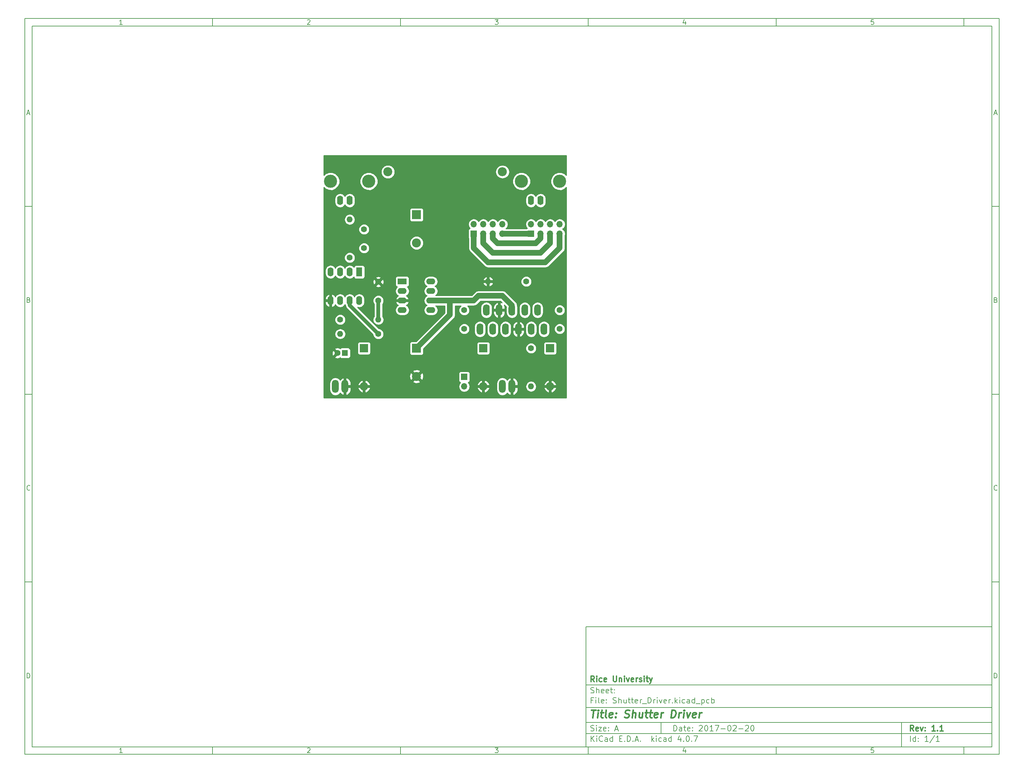
<source format=gbl>
%TF.GenerationSoftware,KiCad,Pcbnew,4.0.7*%
%TF.CreationDate,2018-02-11T16:58:38-06:00*%
%TF.ProjectId,Shutter_Driver,536875747465725F4472697665722E6B,1.1*%
%TF.FileFunction,Copper,L2,Bot,Signal*%
%FSLAX46Y46*%
G04 Gerber Fmt 4.6, Leading zero omitted, Abs format (unit mm)*
G04 Created by KiCad (PCBNEW 4.0.7) date 02/11/18 16:58:38*
%MOMM*%
%LPD*%
G01*
G04 APERTURE LIST*
%ADD10C,0.100000*%
%ADD11C,0.150000*%
%ADD12C,0.300000*%
%ADD13C,0.400000*%
%ADD14O,1.800860X3.500120*%
%ADD15R,1.700000X1.700000*%
%ADD16O,1.700000X1.700000*%
%ADD17O,1.778000X3.048000*%
%ADD18C,3.500120*%
%ADD19O,1.600200X2.499360*%
%ADD20C,1.600000*%
%ADD21R,2.400000X2.400000*%
%ADD22C,2.400000*%
%ADD23R,1.600000X1.600000*%
%ADD24R,2.200000X2.200000*%
%ADD25O,2.200000X2.200000*%
%ADD26O,1.600000X1.600000*%
%ADD27O,2.400000X2.400000*%
%ADD28R,1.600000X2.400000*%
%ADD29O,1.600000X2.400000*%
%ADD30R,2.400000X1.600000*%
%ADD31O,2.400000X1.600000*%
%ADD32C,1.500000*%
%ADD33C,1.000000*%
%ADD34C,0.254000*%
G04 APERTURE END LIST*
D10*
D11*
X159400000Y-171900000D02*
X159400000Y-203900000D01*
X267400000Y-203900000D01*
X267400000Y-171900000D01*
X159400000Y-171900000D01*
D10*
D11*
X10000000Y-10000000D02*
X10000000Y-205900000D01*
X269400000Y-205900000D01*
X269400000Y-10000000D01*
X10000000Y-10000000D01*
D10*
D11*
X12000000Y-12000000D02*
X12000000Y-203900000D01*
X267400000Y-203900000D01*
X267400000Y-12000000D01*
X12000000Y-12000000D01*
D10*
D11*
X60000000Y-12000000D02*
X60000000Y-10000000D01*
D10*
D11*
X110000000Y-12000000D02*
X110000000Y-10000000D01*
D10*
D11*
X160000000Y-12000000D02*
X160000000Y-10000000D01*
D10*
D11*
X210000000Y-12000000D02*
X210000000Y-10000000D01*
D10*
D11*
X260000000Y-12000000D02*
X260000000Y-10000000D01*
D10*
D11*
X35990476Y-11588095D02*
X35247619Y-11588095D01*
X35619048Y-11588095D02*
X35619048Y-10288095D01*
X35495238Y-10473810D01*
X35371429Y-10597619D01*
X35247619Y-10659524D01*
D10*
D11*
X85247619Y-10411905D02*
X85309524Y-10350000D01*
X85433333Y-10288095D01*
X85742857Y-10288095D01*
X85866667Y-10350000D01*
X85928571Y-10411905D01*
X85990476Y-10535714D01*
X85990476Y-10659524D01*
X85928571Y-10845238D01*
X85185714Y-11588095D01*
X85990476Y-11588095D01*
D10*
D11*
X135185714Y-10288095D02*
X135990476Y-10288095D01*
X135557143Y-10783333D01*
X135742857Y-10783333D01*
X135866667Y-10845238D01*
X135928571Y-10907143D01*
X135990476Y-11030952D01*
X135990476Y-11340476D01*
X135928571Y-11464286D01*
X135866667Y-11526190D01*
X135742857Y-11588095D01*
X135371429Y-11588095D01*
X135247619Y-11526190D01*
X135185714Y-11464286D01*
D10*
D11*
X185866667Y-10721429D02*
X185866667Y-11588095D01*
X185557143Y-10226190D02*
X185247619Y-11154762D01*
X186052381Y-11154762D01*
D10*
D11*
X235928571Y-10288095D02*
X235309524Y-10288095D01*
X235247619Y-10907143D01*
X235309524Y-10845238D01*
X235433333Y-10783333D01*
X235742857Y-10783333D01*
X235866667Y-10845238D01*
X235928571Y-10907143D01*
X235990476Y-11030952D01*
X235990476Y-11340476D01*
X235928571Y-11464286D01*
X235866667Y-11526190D01*
X235742857Y-11588095D01*
X235433333Y-11588095D01*
X235309524Y-11526190D01*
X235247619Y-11464286D01*
D10*
D11*
X60000000Y-203900000D02*
X60000000Y-205900000D01*
D10*
D11*
X110000000Y-203900000D02*
X110000000Y-205900000D01*
D10*
D11*
X160000000Y-203900000D02*
X160000000Y-205900000D01*
D10*
D11*
X210000000Y-203900000D02*
X210000000Y-205900000D01*
D10*
D11*
X260000000Y-203900000D02*
X260000000Y-205900000D01*
D10*
D11*
X35990476Y-205488095D02*
X35247619Y-205488095D01*
X35619048Y-205488095D02*
X35619048Y-204188095D01*
X35495238Y-204373810D01*
X35371429Y-204497619D01*
X35247619Y-204559524D01*
D10*
D11*
X85247619Y-204311905D02*
X85309524Y-204250000D01*
X85433333Y-204188095D01*
X85742857Y-204188095D01*
X85866667Y-204250000D01*
X85928571Y-204311905D01*
X85990476Y-204435714D01*
X85990476Y-204559524D01*
X85928571Y-204745238D01*
X85185714Y-205488095D01*
X85990476Y-205488095D01*
D10*
D11*
X135185714Y-204188095D02*
X135990476Y-204188095D01*
X135557143Y-204683333D01*
X135742857Y-204683333D01*
X135866667Y-204745238D01*
X135928571Y-204807143D01*
X135990476Y-204930952D01*
X135990476Y-205240476D01*
X135928571Y-205364286D01*
X135866667Y-205426190D01*
X135742857Y-205488095D01*
X135371429Y-205488095D01*
X135247619Y-205426190D01*
X135185714Y-205364286D01*
D10*
D11*
X185866667Y-204621429D02*
X185866667Y-205488095D01*
X185557143Y-204126190D02*
X185247619Y-205054762D01*
X186052381Y-205054762D01*
D10*
D11*
X235928571Y-204188095D02*
X235309524Y-204188095D01*
X235247619Y-204807143D01*
X235309524Y-204745238D01*
X235433333Y-204683333D01*
X235742857Y-204683333D01*
X235866667Y-204745238D01*
X235928571Y-204807143D01*
X235990476Y-204930952D01*
X235990476Y-205240476D01*
X235928571Y-205364286D01*
X235866667Y-205426190D01*
X235742857Y-205488095D01*
X235433333Y-205488095D01*
X235309524Y-205426190D01*
X235247619Y-205364286D01*
D10*
D11*
X10000000Y-60000000D02*
X12000000Y-60000000D01*
D10*
D11*
X10000000Y-110000000D02*
X12000000Y-110000000D01*
D10*
D11*
X10000000Y-160000000D02*
X12000000Y-160000000D01*
D10*
D11*
X10690476Y-35216667D02*
X11309524Y-35216667D01*
X10566667Y-35588095D02*
X11000000Y-34288095D01*
X11433333Y-35588095D01*
D10*
D11*
X11092857Y-84907143D02*
X11278571Y-84969048D01*
X11340476Y-85030952D01*
X11402381Y-85154762D01*
X11402381Y-85340476D01*
X11340476Y-85464286D01*
X11278571Y-85526190D01*
X11154762Y-85588095D01*
X10659524Y-85588095D01*
X10659524Y-84288095D01*
X11092857Y-84288095D01*
X11216667Y-84350000D01*
X11278571Y-84411905D01*
X11340476Y-84535714D01*
X11340476Y-84659524D01*
X11278571Y-84783333D01*
X11216667Y-84845238D01*
X11092857Y-84907143D01*
X10659524Y-84907143D01*
D10*
D11*
X11402381Y-135464286D02*
X11340476Y-135526190D01*
X11154762Y-135588095D01*
X11030952Y-135588095D01*
X10845238Y-135526190D01*
X10721429Y-135402381D01*
X10659524Y-135278571D01*
X10597619Y-135030952D01*
X10597619Y-134845238D01*
X10659524Y-134597619D01*
X10721429Y-134473810D01*
X10845238Y-134350000D01*
X11030952Y-134288095D01*
X11154762Y-134288095D01*
X11340476Y-134350000D01*
X11402381Y-134411905D01*
D10*
D11*
X10659524Y-185588095D02*
X10659524Y-184288095D01*
X10969048Y-184288095D01*
X11154762Y-184350000D01*
X11278571Y-184473810D01*
X11340476Y-184597619D01*
X11402381Y-184845238D01*
X11402381Y-185030952D01*
X11340476Y-185278571D01*
X11278571Y-185402381D01*
X11154762Y-185526190D01*
X10969048Y-185588095D01*
X10659524Y-185588095D01*
D10*
D11*
X269400000Y-60000000D02*
X267400000Y-60000000D01*
D10*
D11*
X269400000Y-110000000D02*
X267400000Y-110000000D01*
D10*
D11*
X269400000Y-160000000D02*
X267400000Y-160000000D01*
D10*
D11*
X268090476Y-35216667D02*
X268709524Y-35216667D01*
X267966667Y-35588095D02*
X268400000Y-34288095D01*
X268833333Y-35588095D01*
D10*
D11*
X268492857Y-84907143D02*
X268678571Y-84969048D01*
X268740476Y-85030952D01*
X268802381Y-85154762D01*
X268802381Y-85340476D01*
X268740476Y-85464286D01*
X268678571Y-85526190D01*
X268554762Y-85588095D01*
X268059524Y-85588095D01*
X268059524Y-84288095D01*
X268492857Y-84288095D01*
X268616667Y-84350000D01*
X268678571Y-84411905D01*
X268740476Y-84535714D01*
X268740476Y-84659524D01*
X268678571Y-84783333D01*
X268616667Y-84845238D01*
X268492857Y-84907143D01*
X268059524Y-84907143D01*
D10*
D11*
X268802381Y-135464286D02*
X268740476Y-135526190D01*
X268554762Y-135588095D01*
X268430952Y-135588095D01*
X268245238Y-135526190D01*
X268121429Y-135402381D01*
X268059524Y-135278571D01*
X267997619Y-135030952D01*
X267997619Y-134845238D01*
X268059524Y-134597619D01*
X268121429Y-134473810D01*
X268245238Y-134350000D01*
X268430952Y-134288095D01*
X268554762Y-134288095D01*
X268740476Y-134350000D01*
X268802381Y-134411905D01*
D10*
D11*
X268059524Y-185588095D02*
X268059524Y-184288095D01*
X268369048Y-184288095D01*
X268554762Y-184350000D01*
X268678571Y-184473810D01*
X268740476Y-184597619D01*
X268802381Y-184845238D01*
X268802381Y-185030952D01*
X268740476Y-185278571D01*
X268678571Y-185402381D01*
X268554762Y-185526190D01*
X268369048Y-185588095D01*
X268059524Y-185588095D01*
D10*
D11*
X182757143Y-199678571D02*
X182757143Y-198178571D01*
X183114286Y-198178571D01*
X183328571Y-198250000D01*
X183471429Y-198392857D01*
X183542857Y-198535714D01*
X183614286Y-198821429D01*
X183614286Y-199035714D01*
X183542857Y-199321429D01*
X183471429Y-199464286D01*
X183328571Y-199607143D01*
X183114286Y-199678571D01*
X182757143Y-199678571D01*
X184900000Y-199678571D02*
X184900000Y-198892857D01*
X184828571Y-198750000D01*
X184685714Y-198678571D01*
X184400000Y-198678571D01*
X184257143Y-198750000D01*
X184900000Y-199607143D02*
X184757143Y-199678571D01*
X184400000Y-199678571D01*
X184257143Y-199607143D01*
X184185714Y-199464286D01*
X184185714Y-199321429D01*
X184257143Y-199178571D01*
X184400000Y-199107143D01*
X184757143Y-199107143D01*
X184900000Y-199035714D01*
X185400000Y-198678571D02*
X185971429Y-198678571D01*
X185614286Y-198178571D02*
X185614286Y-199464286D01*
X185685714Y-199607143D01*
X185828572Y-199678571D01*
X185971429Y-199678571D01*
X187042857Y-199607143D02*
X186900000Y-199678571D01*
X186614286Y-199678571D01*
X186471429Y-199607143D01*
X186400000Y-199464286D01*
X186400000Y-198892857D01*
X186471429Y-198750000D01*
X186614286Y-198678571D01*
X186900000Y-198678571D01*
X187042857Y-198750000D01*
X187114286Y-198892857D01*
X187114286Y-199035714D01*
X186400000Y-199178571D01*
X187757143Y-199535714D02*
X187828571Y-199607143D01*
X187757143Y-199678571D01*
X187685714Y-199607143D01*
X187757143Y-199535714D01*
X187757143Y-199678571D01*
X187757143Y-198750000D02*
X187828571Y-198821429D01*
X187757143Y-198892857D01*
X187685714Y-198821429D01*
X187757143Y-198750000D01*
X187757143Y-198892857D01*
X189542857Y-198321429D02*
X189614286Y-198250000D01*
X189757143Y-198178571D01*
X190114286Y-198178571D01*
X190257143Y-198250000D01*
X190328572Y-198321429D01*
X190400000Y-198464286D01*
X190400000Y-198607143D01*
X190328572Y-198821429D01*
X189471429Y-199678571D01*
X190400000Y-199678571D01*
X191328571Y-198178571D02*
X191471428Y-198178571D01*
X191614285Y-198250000D01*
X191685714Y-198321429D01*
X191757143Y-198464286D01*
X191828571Y-198750000D01*
X191828571Y-199107143D01*
X191757143Y-199392857D01*
X191685714Y-199535714D01*
X191614285Y-199607143D01*
X191471428Y-199678571D01*
X191328571Y-199678571D01*
X191185714Y-199607143D01*
X191114285Y-199535714D01*
X191042857Y-199392857D01*
X190971428Y-199107143D01*
X190971428Y-198750000D01*
X191042857Y-198464286D01*
X191114285Y-198321429D01*
X191185714Y-198250000D01*
X191328571Y-198178571D01*
X193257142Y-199678571D02*
X192399999Y-199678571D01*
X192828571Y-199678571D02*
X192828571Y-198178571D01*
X192685714Y-198392857D01*
X192542856Y-198535714D01*
X192399999Y-198607143D01*
X193757142Y-198178571D02*
X194757142Y-198178571D01*
X194114285Y-199678571D01*
X195328570Y-199107143D02*
X196471427Y-199107143D01*
X197471427Y-198178571D02*
X197614284Y-198178571D01*
X197757141Y-198250000D01*
X197828570Y-198321429D01*
X197899999Y-198464286D01*
X197971427Y-198750000D01*
X197971427Y-199107143D01*
X197899999Y-199392857D01*
X197828570Y-199535714D01*
X197757141Y-199607143D01*
X197614284Y-199678571D01*
X197471427Y-199678571D01*
X197328570Y-199607143D01*
X197257141Y-199535714D01*
X197185713Y-199392857D01*
X197114284Y-199107143D01*
X197114284Y-198750000D01*
X197185713Y-198464286D01*
X197257141Y-198321429D01*
X197328570Y-198250000D01*
X197471427Y-198178571D01*
X198542855Y-198321429D02*
X198614284Y-198250000D01*
X198757141Y-198178571D01*
X199114284Y-198178571D01*
X199257141Y-198250000D01*
X199328570Y-198321429D01*
X199399998Y-198464286D01*
X199399998Y-198607143D01*
X199328570Y-198821429D01*
X198471427Y-199678571D01*
X199399998Y-199678571D01*
X200042855Y-199107143D02*
X201185712Y-199107143D01*
X201828569Y-198321429D02*
X201899998Y-198250000D01*
X202042855Y-198178571D01*
X202399998Y-198178571D01*
X202542855Y-198250000D01*
X202614284Y-198321429D01*
X202685712Y-198464286D01*
X202685712Y-198607143D01*
X202614284Y-198821429D01*
X201757141Y-199678571D01*
X202685712Y-199678571D01*
X203614283Y-198178571D02*
X203757140Y-198178571D01*
X203899997Y-198250000D01*
X203971426Y-198321429D01*
X204042855Y-198464286D01*
X204114283Y-198750000D01*
X204114283Y-199107143D01*
X204042855Y-199392857D01*
X203971426Y-199535714D01*
X203899997Y-199607143D01*
X203757140Y-199678571D01*
X203614283Y-199678571D01*
X203471426Y-199607143D01*
X203399997Y-199535714D01*
X203328569Y-199392857D01*
X203257140Y-199107143D01*
X203257140Y-198750000D01*
X203328569Y-198464286D01*
X203399997Y-198321429D01*
X203471426Y-198250000D01*
X203614283Y-198178571D01*
D10*
D11*
X159400000Y-200400000D02*
X267400000Y-200400000D01*
D10*
D11*
X160757143Y-202478571D02*
X160757143Y-200978571D01*
X161614286Y-202478571D02*
X160971429Y-201621429D01*
X161614286Y-200978571D02*
X160757143Y-201835714D01*
X162257143Y-202478571D02*
X162257143Y-201478571D01*
X162257143Y-200978571D02*
X162185714Y-201050000D01*
X162257143Y-201121429D01*
X162328571Y-201050000D01*
X162257143Y-200978571D01*
X162257143Y-201121429D01*
X163828572Y-202335714D02*
X163757143Y-202407143D01*
X163542857Y-202478571D01*
X163400000Y-202478571D01*
X163185715Y-202407143D01*
X163042857Y-202264286D01*
X162971429Y-202121429D01*
X162900000Y-201835714D01*
X162900000Y-201621429D01*
X162971429Y-201335714D01*
X163042857Y-201192857D01*
X163185715Y-201050000D01*
X163400000Y-200978571D01*
X163542857Y-200978571D01*
X163757143Y-201050000D01*
X163828572Y-201121429D01*
X165114286Y-202478571D02*
X165114286Y-201692857D01*
X165042857Y-201550000D01*
X164900000Y-201478571D01*
X164614286Y-201478571D01*
X164471429Y-201550000D01*
X165114286Y-202407143D02*
X164971429Y-202478571D01*
X164614286Y-202478571D01*
X164471429Y-202407143D01*
X164400000Y-202264286D01*
X164400000Y-202121429D01*
X164471429Y-201978571D01*
X164614286Y-201907143D01*
X164971429Y-201907143D01*
X165114286Y-201835714D01*
X166471429Y-202478571D02*
X166471429Y-200978571D01*
X166471429Y-202407143D02*
X166328572Y-202478571D01*
X166042858Y-202478571D01*
X165900000Y-202407143D01*
X165828572Y-202335714D01*
X165757143Y-202192857D01*
X165757143Y-201764286D01*
X165828572Y-201621429D01*
X165900000Y-201550000D01*
X166042858Y-201478571D01*
X166328572Y-201478571D01*
X166471429Y-201550000D01*
X168328572Y-201692857D02*
X168828572Y-201692857D01*
X169042858Y-202478571D02*
X168328572Y-202478571D01*
X168328572Y-200978571D01*
X169042858Y-200978571D01*
X169685715Y-202335714D02*
X169757143Y-202407143D01*
X169685715Y-202478571D01*
X169614286Y-202407143D01*
X169685715Y-202335714D01*
X169685715Y-202478571D01*
X170400001Y-202478571D02*
X170400001Y-200978571D01*
X170757144Y-200978571D01*
X170971429Y-201050000D01*
X171114287Y-201192857D01*
X171185715Y-201335714D01*
X171257144Y-201621429D01*
X171257144Y-201835714D01*
X171185715Y-202121429D01*
X171114287Y-202264286D01*
X170971429Y-202407143D01*
X170757144Y-202478571D01*
X170400001Y-202478571D01*
X171900001Y-202335714D02*
X171971429Y-202407143D01*
X171900001Y-202478571D01*
X171828572Y-202407143D01*
X171900001Y-202335714D01*
X171900001Y-202478571D01*
X172542858Y-202050000D02*
X173257144Y-202050000D01*
X172400001Y-202478571D02*
X172900001Y-200978571D01*
X173400001Y-202478571D01*
X173900001Y-202335714D02*
X173971429Y-202407143D01*
X173900001Y-202478571D01*
X173828572Y-202407143D01*
X173900001Y-202335714D01*
X173900001Y-202478571D01*
X176900001Y-202478571D02*
X176900001Y-200978571D01*
X177042858Y-201907143D02*
X177471429Y-202478571D01*
X177471429Y-201478571D02*
X176900001Y-202050000D01*
X178114287Y-202478571D02*
X178114287Y-201478571D01*
X178114287Y-200978571D02*
X178042858Y-201050000D01*
X178114287Y-201121429D01*
X178185715Y-201050000D01*
X178114287Y-200978571D01*
X178114287Y-201121429D01*
X179471430Y-202407143D02*
X179328573Y-202478571D01*
X179042859Y-202478571D01*
X178900001Y-202407143D01*
X178828573Y-202335714D01*
X178757144Y-202192857D01*
X178757144Y-201764286D01*
X178828573Y-201621429D01*
X178900001Y-201550000D01*
X179042859Y-201478571D01*
X179328573Y-201478571D01*
X179471430Y-201550000D01*
X180757144Y-202478571D02*
X180757144Y-201692857D01*
X180685715Y-201550000D01*
X180542858Y-201478571D01*
X180257144Y-201478571D01*
X180114287Y-201550000D01*
X180757144Y-202407143D02*
X180614287Y-202478571D01*
X180257144Y-202478571D01*
X180114287Y-202407143D01*
X180042858Y-202264286D01*
X180042858Y-202121429D01*
X180114287Y-201978571D01*
X180257144Y-201907143D01*
X180614287Y-201907143D01*
X180757144Y-201835714D01*
X182114287Y-202478571D02*
X182114287Y-200978571D01*
X182114287Y-202407143D02*
X181971430Y-202478571D01*
X181685716Y-202478571D01*
X181542858Y-202407143D01*
X181471430Y-202335714D01*
X181400001Y-202192857D01*
X181400001Y-201764286D01*
X181471430Y-201621429D01*
X181542858Y-201550000D01*
X181685716Y-201478571D01*
X181971430Y-201478571D01*
X182114287Y-201550000D01*
X184614287Y-201478571D02*
X184614287Y-202478571D01*
X184257144Y-200907143D02*
X183900001Y-201978571D01*
X184828573Y-201978571D01*
X185400001Y-202335714D02*
X185471429Y-202407143D01*
X185400001Y-202478571D01*
X185328572Y-202407143D01*
X185400001Y-202335714D01*
X185400001Y-202478571D01*
X186400001Y-200978571D02*
X186542858Y-200978571D01*
X186685715Y-201050000D01*
X186757144Y-201121429D01*
X186828573Y-201264286D01*
X186900001Y-201550000D01*
X186900001Y-201907143D01*
X186828573Y-202192857D01*
X186757144Y-202335714D01*
X186685715Y-202407143D01*
X186542858Y-202478571D01*
X186400001Y-202478571D01*
X186257144Y-202407143D01*
X186185715Y-202335714D01*
X186114287Y-202192857D01*
X186042858Y-201907143D01*
X186042858Y-201550000D01*
X186114287Y-201264286D01*
X186185715Y-201121429D01*
X186257144Y-201050000D01*
X186400001Y-200978571D01*
X187542858Y-202335714D02*
X187614286Y-202407143D01*
X187542858Y-202478571D01*
X187471429Y-202407143D01*
X187542858Y-202335714D01*
X187542858Y-202478571D01*
X188114287Y-200978571D02*
X189114287Y-200978571D01*
X188471430Y-202478571D01*
D10*
D11*
X159400000Y-197400000D02*
X267400000Y-197400000D01*
D10*
D12*
X246614286Y-199678571D02*
X246114286Y-198964286D01*
X245757143Y-199678571D02*
X245757143Y-198178571D01*
X246328571Y-198178571D01*
X246471429Y-198250000D01*
X246542857Y-198321429D01*
X246614286Y-198464286D01*
X246614286Y-198678571D01*
X246542857Y-198821429D01*
X246471429Y-198892857D01*
X246328571Y-198964286D01*
X245757143Y-198964286D01*
X247828571Y-199607143D02*
X247685714Y-199678571D01*
X247400000Y-199678571D01*
X247257143Y-199607143D01*
X247185714Y-199464286D01*
X247185714Y-198892857D01*
X247257143Y-198750000D01*
X247400000Y-198678571D01*
X247685714Y-198678571D01*
X247828571Y-198750000D01*
X247900000Y-198892857D01*
X247900000Y-199035714D01*
X247185714Y-199178571D01*
X248400000Y-198678571D02*
X248757143Y-199678571D01*
X249114285Y-198678571D01*
X249685714Y-199535714D02*
X249757142Y-199607143D01*
X249685714Y-199678571D01*
X249614285Y-199607143D01*
X249685714Y-199535714D01*
X249685714Y-199678571D01*
X249685714Y-198750000D02*
X249757142Y-198821429D01*
X249685714Y-198892857D01*
X249614285Y-198821429D01*
X249685714Y-198750000D01*
X249685714Y-198892857D01*
X252328571Y-199678571D02*
X251471428Y-199678571D01*
X251900000Y-199678571D02*
X251900000Y-198178571D01*
X251757143Y-198392857D01*
X251614285Y-198535714D01*
X251471428Y-198607143D01*
X252971428Y-199535714D02*
X253042856Y-199607143D01*
X252971428Y-199678571D01*
X252899999Y-199607143D01*
X252971428Y-199535714D01*
X252971428Y-199678571D01*
X254471428Y-199678571D02*
X253614285Y-199678571D01*
X254042857Y-199678571D02*
X254042857Y-198178571D01*
X253900000Y-198392857D01*
X253757142Y-198535714D01*
X253614285Y-198607143D01*
D10*
D11*
X160685714Y-199607143D02*
X160900000Y-199678571D01*
X161257143Y-199678571D01*
X161400000Y-199607143D01*
X161471429Y-199535714D01*
X161542857Y-199392857D01*
X161542857Y-199250000D01*
X161471429Y-199107143D01*
X161400000Y-199035714D01*
X161257143Y-198964286D01*
X160971429Y-198892857D01*
X160828571Y-198821429D01*
X160757143Y-198750000D01*
X160685714Y-198607143D01*
X160685714Y-198464286D01*
X160757143Y-198321429D01*
X160828571Y-198250000D01*
X160971429Y-198178571D01*
X161328571Y-198178571D01*
X161542857Y-198250000D01*
X162185714Y-199678571D02*
X162185714Y-198678571D01*
X162185714Y-198178571D02*
X162114285Y-198250000D01*
X162185714Y-198321429D01*
X162257142Y-198250000D01*
X162185714Y-198178571D01*
X162185714Y-198321429D01*
X162757143Y-198678571D02*
X163542857Y-198678571D01*
X162757143Y-199678571D01*
X163542857Y-199678571D01*
X164685714Y-199607143D02*
X164542857Y-199678571D01*
X164257143Y-199678571D01*
X164114286Y-199607143D01*
X164042857Y-199464286D01*
X164042857Y-198892857D01*
X164114286Y-198750000D01*
X164257143Y-198678571D01*
X164542857Y-198678571D01*
X164685714Y-198750000D01*
X164757143Y-198892857D01*
X164757143Y-199035714D01*
X164042857Y-199178571D01*
X165400000Y-199535714D02*
X165471428Y-199607143D01*
X165400000Y-199678571D01*
X165328571Y-199607143D01*
X165400000Y-199535714D01*
X165400000Y-199678571D01*
X165400000Y-198750000D02*
X165471428Y-198821429D01*
X165400000Y-198892857D01*
X165328571Y-198821429D01*
X165400000Y-198750000D01*
X165400000Y-198892857D01*
X167185714Y-199250000D02*
X167900000Y-199250000D01*
X167042857Y-199678571D02*
X167542857Y-198178571D01*
X168042857Y-199678571D01*
D10*
D11*
X245757143Y-202478571D02*
X245757143Y-200978571D01*
X247114286Y-202478571D02*
X247114286Y-200978571D01*
X247114286Y-202407143D02*
X246971429Y-202478571D01*
X246685715Y-202478571D01*
X246542857Y-202407143D01*
X246471429Y-202335714D01*
X246400000Y-202192857D01*
X246400000Y-201764286D01*
X246471429Y-201621429D01*
X246542857Y-201550000D01*
X246685715Y-201478571D01*
X246971429Y-201478571D01*
X247114286Y-201550000D01*
X247828572Y-202335714D02*
X247900000Y-202407143D01*
X247828572Y-202478571D01*
X247757143Y-202407143D01*
X247828572Y-202335714D01*
X247828572Y-202478571D01*
X247828572Y-201550000D02*
X247900000Y-201621429D01*
X247828572Y-201692857D01*
X247757143Y-201621429D01*
X247828572Y-201550000D01*
X247828572Y-201692857D01*
X250471429Y-202478571D02*
X249614286Y-202478571D01*
X250042858Y-202478571D02*
X250042858Y-200978571D01*
X249900001Y-201192857D01*
X249757143Y-201335714D01*
X249614286Y-201407143D01*
X252185714Y-200907143D02*
X250900000Y-202835714D01*
X253471429Y-202478571D02*
X252614286Y-202478571D01*
X253042858Y-202478571D02*
X253042858Y-200978571D01*
X252900001Y-201192857D01*
X252757143Y-201335714D01*
X252614286Y-201407143D01*
D10*
D11*
X159400000Y-193400000D02*
X267400000Y-193400000D01*
D10*
D13*
X160852381Y-194104762D02*
X161995238Y-194104762D01*
X161173810Y-196104762D02*
X161423810Y-194104762D01*
X162411905Y-196104762D02*
X162578571Y-194771429D01*
X162661905Y-194104762D02*
X162554762Y-194200000D01*
X162638095Y-194295238D01*
X162745239Y-194200000D01*
X162661905Y-194104762D01*
X162638095Y-194295238D01*
X163245238Y-194771429D02*
X164007143Y-194771429D01*
X163614286Y-194104762D02*
X163400000Y-195819048D01*
X163471430Y-196009524D01*
X163650001Y-196104762D01*
X163840477Y-196104762D01*
X164792858Y-196104762D02*
X164614287Y-196009524D01*
X164542857Y-195819048D01*
X164757143Y-194104762D01*
X166328572Y-196009524D02*
X166126191Y-196104762D01*
X165745239Y-196104762D01*
X165566667Y-196009524D01*
X165495238Y-195819048D01*
X165590476Y-195057143D01*
X165709524Y-194866667D01*
X165911905Y-194771429D01*
X166292857Y-194771429D01*
X166471429Y-194866667D01*
X166542857Y-195057143D01*
X166519048Y-195247619D01*
X165542857Y-195438095D01*
X167292857Y-195914286D02*
X167376192Y-196009524D01*
X167269048Y-196104762D01*
X167185715Y-196009524D01*
X167292857Y-195914286D01*
X167269048Y-196104762D01*
X167423810Y-194866667D02*
X167507144Y-194961905D01*
X167400000Y-195057143D01*
X167316667Y-194961905D01*
X167423810Y-194866667D01*
X167400000Y-195057143D01*
X169661906Y-196009524D02*
X169935716Y-196104762D01*
X170411906Y-196104762D01*
X170614287Y-196009524D01*
X170721429Y-195914286D01*
X170840478Y-195723810D01*
X170864287Y-195533333D01*
X170792858Y-195342857D01*
X170709525Y-195247619D01*
X170530953Y-195152381D01*
X170161906Y-195057143D01*
X169983335Y-194961905D01*
X169900001Y-194866667D01*
X169828572Y-194676190D01*
X169852382Y-194485714D01*
X169971429Y-194295238D01*
X170078573Y-194200000D01*
X170280954Y-194104762D01*
X170757144Y-194104762D01*
X171030954Y-194200000D01*
X171650001Y-196104762D02*
X171900001Y-194104762D01*
X172507144Y-196104762D02*
X172638096Y-195057143D01*
X172566668Y-194866667D01*
X172388096Y-194771429D01*
X172102382Y-194771429D01*
X171900002Y-194866667D01*
X171792858Y-194961905D01*
X174483334Y-194771429D02*
X174316668Y-196104762D01*
X173626191Y-194771429D02*
X173495239Y-195819048D01*
X173566669Y-196009524D01*
X173745240Y-196104762D01*
X174030954Y-196104762D01*
X174233335Y-196009524D01*
X174340477Y-195914286D01*
X175150001Y-194771429D02*
X175911906Y-194771429D01*
X175519049Y-194104762D02*
X175304763Y-195819048D01*
X175376193Y-196009524D01*
X175554764Y-196104762D01*
X175745240Y-196104762D01*
X176292858Y-194771429D02*
X177054763Y-194771429D01*
X176661906Y-194104762D02*
X176447620Y-195819048D01*
X176519050Y-196009524D01*
X176697621Y-196104762D01*
X176888097Y-196104762D01*
X178328573Y-196009524D02*
X178126192Y-196104762D01*
X177745240Y-196104762D01*
X177566668Y-196009524D01*
X177495239Y-195819048D01*
X177590477Y-195057143D01*
X177709525Y-194866667D01*
X177911906Y-194771429D01*
X178292858Y-194771429D01*
X178471430Y-194866667D01*
X178542858Y-195057143D01*
X178519049Y-195247619D01*
X177542858Y-195438095D01*
X179269049Y-196104762D02*
X179435715Y-194771429D01*
X179388096Y-195152381D02*
X179507145Y-194961905D01*
X179614288Y-194866667D01*
X179816668Y-194771429D01*
X180007144Y-194771429D01*
X182030954Y-196104762D02*
X182280954Y-194104762D01*
X182757145Y-194104762D01*
X183030954Y-194200000D01*
X183197621Y-194390476D01*
X183269050Y-194580952D01*
X183316669Y-194961905D01*
X183280955Y-195247619D01*
X183138098Y-195628571D01*
X183019049Y-195819048D01*
X182804764Y-196009524D01*
X182507145Y-196104762D01*
X182030954Y-196104762D01*
X184030954Y-196104762D02*
X184197620Y-194771429D01*
X184150001Y-195152381D02*
X184269050Y-194961905D01*
X184376193Y-194866667D01*
X184578573Y-194771429D01*
X184769049Y-194771429D01*
X185269049Y-196104762D02*
X185435715Y-194771429D01*
X185519049Y-194104762D02*
X185411906Y-194200000D01*
X185495239Y-194295238D01*
X185602383Y-194200000D01*
X185519049Y-194104762D01*
X185495239Y-194295238D01*
X186197620Y-194771429D02*
X186507145Y-196104762D01*
X187150001Y-194771429D01*
X188519050Y-196009524D02*
X188316669Y-196104762D01*
X187935717Y-196104762D01*
X187757145Y-196009524D01*
X187685716Y-195819048D01*
X187780954Y-195057143D01*
X187900002Y-194866667D01*
X188102383Y-194771429D01*
X188483335Y-194771429D01*
X188661907Y-194866667D01*
X188733335Y-195057143D01*
X188709526Y-195247619D01*
X187733335Y-195438095D01*
X189459526Y-196104762D02*
X189626192Y-194771429D01*
X189578573Y-195152381D02*
X189697622Y-194961905D01*
X189804765Y-194866667D01*
X190007145Y-194771429D01*
X190197621Y-194771429D01*
D10*
D11*
X161257143Y-191492857D02*
X160757143Y-191492857D01*
X160757143Y-192278571D02*
X160757143Y-190778571D01*
X161471429Y-190778571D01*
X162042857Y-192278571D02*
X162042857Y-191278571D01*
X162042857Y-190778571D02*
X161971428Y-190850000D01*
X162042857Y-190921429D01*
X162114285Y-190850000D01*
X162042857Y-190778571D01*
X162042857Y-190921429D01*
X162971429Y-192278571D02*
X162828571Y-192207143D01*
X162757143Y-192064286D01*
X162757143Y-190778571D01*
X164114285Y-192207143D02*
X163971428Y-192278571D01*
X163685714Y-192278571D01*
X163542857Y-192207143D01*
X163471428Y-192064286D01*
X163471428Y-191492857D01*
X163542857Y-191350000D01*
X163685714Y-191278571D01*
X163971428Y-191278571D01*
X164114285Y-191350000D01*
X164185714Y-191492857D01*
X164185714Y-191635714D01*
X163471428Y-191778571D01*
X164828571Y-192135714D02*
X164899999Y-192207143D01*
X164828571Y-192278571D01*
X164757142Y-192207143D01*
X164828571Y-192135714D01*
X164828571Y-192278571D01*
X164828571Y-191350000D02*
X164899999Y-191421429D01*
X164828571Y-191492857D01*
X164757142Y-191421429D01*
X164828571Y-191350000D01*
X164828571Y-191492857D01*
X166614285Y-192207143D02*
X166828571Y-192278571D01*
X167185714Y-192278571D01*
X167328571Y-192207143D01*
X167400000Y-192135714D01*
X167471428Y-191992857D01*
X167471428Y-191850000D01*
X167400000Y-191707143D01*
X167328571Y-191635714D01*
X167185714Y-191564286D01*
X166900000Y-191492857D01*
X166757142Y-191421429D01*
X166685714Y-191350000D01*
X166614285Y-191207143D01*
X166614285Y-191064286D01*
X166685714Y-190921429D01*
X166757142Y-190850000D01*
X166900000Y-190778571D01*
X167257142Y-190778571D01*
X167471428Y-190850000D01*
X168114285Y-192278571D02*
X168114285Y-190778571D01*
X168757142Y-192278571D02*
X168757142Y-191492857D01*
X168685713Y-191350000D01*
X168542856Y-191278571D01*
X168328571Y-191278571D01*
X168185713Y-191350000D01*
X168114285Y-191421429D01*
X170114285Y-191278571D02*
X170114285Y-192278571D01*
X169471428Y-191278571D02*
X169471428Y-192064286D01*
X169542856Y-192207143D01*
X169685714Y-192278571D01*
X169899999Y-192278571D01*
X170042856Y-192207143D01*
X170114285Y-192135714D01*
X170614285Y-191278571D02*
X171185714Y-191278571D01*
X170828571Y-190778571D02*
X170828571Y-192064286D01*
X170899999Y-192207143D01*
X171042857Y-192278571D01*
X171185714Y-192278571D01*
X171471428Y-191278571D02*
X172042857Y-191278571D01*
X171685714Y-190778571D02*
X171685714Y-192064286D01*
X171757142Y-192207143D01*
X171900000Y-192278571D01*
X172042857Y-192278571D01*
X173114285Y-192207143D02*
X172971428Y-192278571D01*
X172685714Y-192278571D01*
X172542857Y-192207143D01*
X172471428Y-192064286D01*
X172471428Y-191492857D01*
X172542857Y-191350000D01*
X172685714Y-191278571D01*
X172971428Y-191278571D01*
X173114285Y-191350000D01*
X173185714Y-191492857D01*
X173185714Y-191635714D01*
X172471428Y-191778571D01*
X173828571Y-192278571D02*
X173828571Y-191278571D01*
X173828571Y-191564286D02*
X173899999Y-191421429D01*
X173971428Y-191350000D01*
X174114285Y-191278571D01*
X174257142Y-191278571D01*
X174399999Y-192421429D02*
X175542856Y-192421429D01*
X175899999Y-192278571D02*
X175899999Y-190778571D01*
X176257142Y-190778571D01*
X176471427Y-190850000D01*
X176614285Y-190992857D01*
X176685713Y-191135714D01*
X176757142Y-191421429D01*
X176757142Y-191635714D01*
X176685713Y-191921429D01*
X176614285Y-192064286D01*
X176471427Y-192207143D01*
X176257142Y-192278571D01*
X175899999Y-192278571D01*
X177399999Y-192278571D02*
X177399999Y-191278571D01*
X177399999Y-191564286D02*
X177471427Y-191421429D01*
X177542856Y-191350000D01*
X177685713Y-191278571D01*
X177828570Y-191278571D01*
X178328570Y-192278571D02*
X178328570Y-191278571D01*
X178328570Y-190778571D02*
X178257141Y-190850000D01*
X178328570Y-190921429D01*
X178399998Y-190850000D01*
X178328570Y-190778571D01*
X178328570Y-190921429D01*
X178899999Y-191278571D02*
X179257142Y-192278571D01*
X179614284Y-191278571D01*
X180757141Y-192207143D02*
X180614284Y-192278571D01*
X180328570Y-192278571D01*
X180185713Y-192207143D01*
X180114284Y-192064286D01*
X180114284Y-191492857D01*
X180185713Y-191350000D01*
X180328570Y-191278571D01*
X180614284Y-191278571D01*
X180757141Y-191350000D01*
X180828570Y-191492857D01*
X180828570Y-191635714D01*
X180114284Y-191778571D01*
X181471427Y-192278571D02*
X181471427Y-191278571D01*
X181471427Y-191564286D02*
X181542855Y-191421429D01*
X181614284Y-191350000D01*
X181757141Y-191278571D01*
X181899998Y-191278571D01*
X182399998Y-192135714D02*
X182471426Y-192207143D01*
X182399998Y-192278571D01*
X182328569Y-192207143D01*
X182399998Y-192135714D01*
X182399998Y-192278571D01*
X183114284Y-192278571D02*
X183114284Y-190778571D01*
X183257141Y-191707143D02*
X183685712Y-192278571D01*
X183685712Y-191278571D02*
X183114284Y-191850000D01*
X184328570Y-192278571D02*
X184328570Y-191278571D01*
X184328570Y-190778571D02*
X184257141Y-190850000D01*
X184328570Y-190921429D01*
X184399998Y-190850000D01*
X184328570Y-190778571D01*
X184328570Y-190921429D01*
X185685713Y-192207143D02*
X185542856Y-192278571D01*
X185257142Y-192278571D01*
X185114284Y-192207143D01*
X185042856Y-192135714D01*
X184971427Y-191992857D01*
X184971427Y-191564286D01*
X185042856Y-191421429D01*
X185114284Y-191350000D01*
X185257142Y-191278571D01*
X185542856Y-191278571D01*
X185685713Y-191350000D01*
X186971427Y-192278571D02*
X186971427Y-191492857D01*
X186899998Y-191350000D01*
X186757141Y-191278571D01*
X186471427Y-191278571D01*
X186328570Y-191350000D01*
X186971427Y-192207143D02*
X186828570Y-192278571D01*
X186471427Y-192278571D01*
X186328570Y-192207143D01*
X186257141Y-192064286D01*
X186257141Y-191921429D01*
X186328570Y-191778571D01*
X186471427Y-191707143D01*
X186828570Y-191707143D01*
X186971427Y-191635714D01*
X188328570Y-192278571D02*
X188328570Y-190778571D01*
X188328570Y-192207143D02*
X188185713Y-192278571D01*
X187899999Y-192278571D01*
X187757141Y-192207143D01*
X187685713Y-192135714D01*
X187614284Y-191992857D01*
X187614284Y-191564286D01*
X187685713Y-191421429D01*
X187757141Y-191350000D01*
X187899999Y-191278571D01*
X188185713Y-191278571D01*
X188328570Y-191350000D01*
X188685713Y-192421429D02*
X189828570Y-192421429D01*
X190185713Y-191278571D02*
X190185713Y-192778571D01*
X190185713Y-191350000D02*
X190328570Y-191278571D01*
X190614284Y-191278571D01*
X190757141Y-191350000D01*
X190828570Y-191421429D01*
X190899999Y-191564286D01*
X190899999Y-191992857D01*
X190828570Y-192135714D01*
X190757141Y-192207143D01*
X190614284Y-192278571D01*
X190328570Y-192278571D01*
X190185713Y-192207143D01*
X192185713Y-192207143D02*
X192042856Y-192278571D01*
X191757142Y-192278571D01*
X191614284Y-192207143D01*
X191542856Y-192135714D01*
X191471427Y-191992857D01*
X191471427Y-191564286D01*
X191542856Y-191421429D01*
X191614284Y-191350000D01*
X191757142Y-191278571D01*
X192042856Y-191278571D01*
X192185713Y-191350000D01*
X192828570Y-192278571D02*
X192828570Y-190778571D01*
X192828570Y-191350000D02*
X192971427Y-191278571D01*
X193257141Y-191278571D01*
X193399998Y-191350000D01*
X193471427Y-191421429D01*
X193542856Y-191564286D01*
X193542856Y-191992857D01*
X193471427Y-192135714D01*
X193399998Y-192207143D01*
X193257141Y-192278571D01*
X192971427Y-192278571D01*
X192828570Y-192207143D01*
D10*
D11*
X159400000Y-187400000D02*
X267400000Y-187400000D01*
D10*
D11*
X160685714Y-189507143D02*
X160900000Y-189578571D01*
X161257143Y-189578571D01*
X161400000Y-189507143D01*
X161471429Y-189435714D01*
X161542857Y-189292857D01*
X161542857Y-189150000D01*
X161471429Y-189007143D01*
X161400000Y-188935714D01*
X161257143Y-188864286D01*
X160971429Y-188792857D01*
X160828571Y-188721429D01*
X160757143Y-188650000D01*
X160685714Y-188507143D01*
X160685714Y-188364286D01*
X160757143Y-188221429D01*
X160828571Y-188150000D01*
X160971429Y-188078571D01*
X161328571Y-188078571D01*
X161542857Y-188150000D01*
X162185714Y-189578571D02*
X162185714Y-188078571D01*
X162828571Y-189578571D02*
X162828571Y-188792857D01*
X162757142Y-188650000D01*
X162614285Y-188578571D01*
X162400000Y-188578571D01*
X162257142Y-188650000D01*
X162185714Y-188721429D01*
X164114285Y-189507143D02*
X163971428Y-189578571D01*
X163685714Y-189578571D01*
X163542857Y-189507143D01*
X163471428Y-189364286D01*
X163471428Y-188792857D01*
X163542857Y-188650000D01*
X163685714Y-188578571D01*
X163971428Y-188578571D01*
X164114285Y-188650000D01*
X164185714Y-188792857D01*
X164185714Y-188935714D01*
X163471428Y-189078571D01*
X165399999Y-189507143D02*
X165257142Y-189578571D01*
X164971428Y-189578571D01*
X164828571Y-189507143D01*
X164757142Y-189364286D01*
X164757142Y-188792857D01*
X164828571Y-188650000D01*
X164971428Y-188578571D01*
X165257142Y-188578571D01*
X165399999Y-188650000D01*
X165471428Y-188792857D01*
X165471428Y-188935714D01*
X164757142Y-189078571D01*
X165899999Y-188578571D02*
X166471428Y-188578571D01*
X166114285Y-188078571D02*
X166114285Y-189364286D01*
X166185713Y-189507143D01*
X166328571Y-189578571D01*
X166471428Y-189578571D01*
X166971428Y-189435714D02*
X167042856Y-189507143D01*
X166971428Y-189578571D01*
X166899999Y-189507143D01*
X166971428Y-189435714D01*
X166971428Y-189578571D01*
X166971428Y-188650000D02*
X167042856Y-188721429D01*
X166971428Y-188792857D01*
X166899999Y-188721429D01*
X166971428Y-188650000D01*
X166971428Y-188792857D01*
D10*
D12*
X161614286Y-186578571D02*
X161114286Y-185864286D01*
X160757143Y-186578571D02*
X160757143Y-185078571D01*
X161328571Y-185078571D01*
X161471429Y-185150000D01*
X161542857Y-185221429D01*
X161614286Y-185364286D01*
X161614286Y-185578571D01*
X161542857Y-185721429D01*
X161471429Y-185792857D01*
X161328571Y-185864286D01*
X160757143Y-185864286D01*
X162257143Y-186578571D02*
X162257143Y-185578571D01*
X162257143Y-185078571D02*
X162185714Y-185150000D01*
X162257143Y-185221429D01*
X162328571Y-185150000D01*
X162257143Y-185078571D01*
X162257143Y-185221429D01*
X163614286Y-186507143D02*
X163471429Y-186578571D01*
X163185715Y-186578571D01*
X163042857Y-186507143D01*
X162971429Y-186435714D01*
X162900000Y-186292857D01*
X162900000Y-185864286D01*
X162971429Y-185721429D01*
X163042857Y-185650000D01*
X163185715Y-185578571D01*
X163471429Y-185578571D01*
X163614286Y-185650000D01*
X164828571Y-186507143D02*
X164685714Y-186578571D01*
X164400000Y-186578571D01*
X164257143Y-186507143D01*
X164185714Y-186364286D01*
X164185714Y-185792857D01*
X164257143Y-185650000D01*
X164400000Y-185578571D01*
X164685714Y-185578571D01*
X164828571Y-185650000D01*
X164900000Y-185792857D01*
X164900000Y-185935714D01*
X164185714Y-186078571D01*
X166685714Y-185078571D02*
X166685714Y-186292857D01*
X166757142Y-186435714D01*
X166828571Y-186507143D01*
X166971428Y-186578571D01*
X167257142Y-186578571D01*
X167400000Y-186507143D01*
X167471428Y-186435714D01*
X167542857Y-186292857D01*
X167542857Y-185078571D01*
X168257143Y-185578571D02*
X168257143Y-186578571D01*
X168257143Y-185721429D02*
X168328571Y-185650000D01*
X168471429Y-185578571D01*
X168685714Y-185578571D01*
X168828571Y-185650000D01*
X168900000Y-185792857D01*
X168900000Y-186578571D01*
X169614286Y-186578571D02*
X169614286Y-185578571D01*
X169614286Y-185078571D02*
X169542857Y-185150000D01*
X169614286Y-185221429D01*
X169685714Y-185150000D01*
X169614286Y-185078571D01*
X169614286Y-185221429D01*
X170185715Y-185578571D02*
X170542858Y-186578571D01*
X170900000Y-185578571D01*
X172042857Y-186507143D02*
X171900000Y-186578571D01*
X171614286Y-186578571D01*
X171471429Y-186507143D01*
X171400000Y-186364286D01*
X171400000Y-185792857D01*
X171471429Y-185650000D01*
X171614286Y-185578571D01*
X171900000Y-185578571D01*
X172042857Y-185650000D01*
X172114286Y-185792857D01*
X172114286Y-185935714D01*
X171400000Y-186078571D01*
X172757143Y-186578571D02*
X172757143Y-185578571D01*
X172757143Y-185864286D02*
X172828571Y-185721429D01*
X172900000Y-185650000D01*
X173042857Y-185578571D01*
X173185714Y-185578571D01*
X173614285Y-186507143D02*
X173757142Y-186578571D01*
X174042857Y-186578571D01*
X174185714Y-186507143D01*
X174257142Y-186364286D01*
X174257142Y-186292857D01*
X174185714Y-186150000D01*
X174042857Y-186078571D01*
X173828571Y-186078571D01*
X173685714Y-186007143D01*
X173614285Y-185864286D01*
X173614285Y-185792857D01*
X173685714Y-185650000D01*
X173828571Y-185578571D01*
X174042857Y-185578571D01*
X174185714Y-185650000D01*
X174900000Y-186578571D02*
X174900000Y-185578571D01*
X174900000Y-185078571D02*
X174828571Y-185150000D01*
X174900000Y-185221429D01*
X174971428Y-185150000D01*
X174900000Y-185078571D01*
X174900000Y-185221429D01*
X175400000Y-185578571D02*
X175971429Y-185578571D01*
X175614286Y-185078571D02*
X175614286Y-186364286D01*
X175685714Y-186507143D01*
X175828572Y-186578571D01*
X175971429Y-186578571D01*
X176328572Y-185578571D02*
X176685715Y-186578571D01*
X177042857Y-185578571D02*
X176685715Y-186578571D01*
X176542857Y-186935714D01*
X176471429Y-187007143D01*
X176328572Y-187078571D01*
D10*
D11*
X179400000Y-197400000D02*
X179400000Y-200400000D01*
D10*
D11*
X243400000Y-197400000D02*
X243400000Y-203900000D01*
D14*
X92710000Y-107950000D03*
X95250000Y-107950000D03*
X137160000Y-107950000D03*
X139700000Y-107950000D03*
D15*
X144780000Y-67310000D03*
D16*
X144780000Y-64770000D03*
X147320000Y-67310000D03*
X147320000Y-64770000D03*
X149860000Y-67310000D03*
X149860000Y-64770000D03*
X152400000Y-67310000D03*
X152400000Y-64770000D03*
D15*
X129540000Y-67310000D03*
D16*
X129540000Y-64770000D03*
X132080000Y-67310000D03*
X132080000Y-64770000D03*
X134620000Y-67310000D03*
X134620000Y-64770000D03*
X137160000Y-67310000D03*
X137160000Y-64770000D03*
D17*
X131191000Y-92710000D03*
X132892800Y-87630000D03*
X134594600Y-92710000D03*
X136296400Y-87630000D03*
X137998200Y-92710000D03*
X139700000Y-87630000D03*
X141401800Y-92710000D03*
X143103600Y-87630000D03*
X144805400Y-92710000D03*
X146507200Y-87630000D03*
X148209000Y-92710000D03*
D18*
X91440000Y-53340000D03*
X101600000Y-53340000D03*
D19*
X96520000Y-58420000D03*
X93980000Y-58420000D03*
D18*
X142240000Y-53340000D03*
X152400000Y-53340000D03*
D19*
X147320000Y-58420000D03*
X144780000Y-58420000D03*
D20*
X100330000Y-71120000D03*
X100330000Y-66120000D03*
X104140000Y-85090000D03*
X104140000Y-80090000D03*
X127000000Y-87630000D03*
X127000000Y-92630000D03*
X152400000Y-87630000D03*
X152400000Y-92630000D03*
D21*
X114300000Y-62230000D03*
D22*
X114300000Y-69730000D03*
D23*
X95250000Y-99060000D03*
D20*
X93250000Y-99060000D03*
D21*
X114300000Y-97790000D03*
D22*
X114300000Y-105290000D03*
D24*
X149860000Y-97790000D03*
D25*
X149860000Y-107950000D03*
D24*
X100330000Y-97790000D03*
D25*
X100330000Y-107950000D03*
D24*
X132080000Y-97790000D03*
D25*
X132080000Y-107950000D03*
D15*
X127000000Y-105410000D03*
D16*
X127000000Y-107950000D03*
D20*
X96520000Y-73660000D03*
D26*
X96520000Y-63500000D03*
D20*
X93980000Y-90170000D03*
D26*
X104140000Y-90170000D03*
D22*
X106680000Y-50800000D03*
D27*
X137160000Y-50800000D03*
D20*
X144780000Y-97790000D03*
D26*
X144780000Y-107950000D03*
D20*
X143510000Y-80010000D03*
D26*
X133350000Y-80010000D03*
D28*
X99060000Y-77470000D03*
D29*
X91440000Y-85090000D03*
X96520000Y-77470000D03*
X93980000Y-85090000D03*
X93980000Y-77470000D03*
X96520000Y-85090000D03*
X91440000Y-77470000D03*
X99060000Y-85090000D03*
D30*
X110490000Y-80010000D03*
D31*
X118110000Y-87630000D03*
X110490000Y-82550000D03*
X118110000Y-85090000D03*
X110490000Y-85090000D03*
X118110000Y-82550000D03*
X110490000Y-87630000D03*
X118110000Y-80010000D03*
D20*
X104140000Y-93980000D03*
D26*
X93980000Y-93980000D03*
D32*
X123190000Y-85090000D02*
X129540000Y-85090000D01*
X137160000Y-83820000D02*
X130810000Y-83820000D01*
X139700000Y-86360000D02*
X137160000Y-83820000D01*
X129540000Y-85090000D02*
X130810000Y-83820000D01*
X114300000Y-97790000D02*
X123190000Y-88900000D01*
X123190000Y-88900000D02*
X123190000Y-85090000D01*
X139700000Y-87630000D02*
X139700000Y-86360000D01*
X123190000Y-85090000D02*
X118110000Y-85090000D01*
D33*
X104140000Y-85090000D02*
X104140000Y-90170000D01*
D32*
X134620000Y-67310000D02*
X134620000Y-68580000D01*
X147320000Y-68580000D02*
X147320000Y-67310000D01*
X146050000Y-69850000D02*
X147320000Y-68580000D01*
X135890000Y-69850000D02*
X146050000Y-69850000D01*
X134620000Y-68580000D02*
X135890000Y-69850000D01*
X129540000Y-67310000D02*
X129540000Y-71120000D01*
X152400000Y-71120000D02*
X152400000Y-67310000D01*
X148590000Y-74930000D02*
X152400000Y-71120000D01*
X133350000Y-74930000D02*
X148590000Y-74930000D01*
X129540000Y-71120000D02*
X133350000Y-74930000D01*
X137160000Y-67310000D02*
X144780000Y-67310000D01*
X132080000Y-67310000D02*
X132080000Y-69850000D01*
X149860000Y-69850000D02*
X149860000Y-67310000D01*
X147320000Y-72390000D02*
X149860000Y-69850000D01*
X134620000Y-72390000D02*
X147320000Y-72390000D01*
X132080000Y-69850000D02*
X134620000Y-72390000D01*
D33*
X96520000Y-85090000D02*
X96520000Y-86360000D01*
X96520000Y-86360000D02*
X104140000Y-93980000D01*
D34*
G36*
X154178000Y-51745175D02*
X153752792Y-51319224D01*
X152876499Y-50955355D01*
X151927664Y-50954527D01*
X151050737Y-51316866D01*
X150379224Y-51987208D01*
X150015355Y-52863501D01*
X150014527Y-53812336D01*
X150376866Y-54689263D01*
X151047208Y-55360776D01*
X151923501Y-55724645D01*
X152872336Y-55725473D01*
X153749263Y-55363134D01*
X154178000Y-54935144D01*
X154178000Y-110998000D01*
X89662000Y-110998000D01*
X89662000Y-107053644D01*
X91174570Y-107053644D01*
X91174570Y-108846356D01*
X91291448Y-109433940D01*
X91624287Y-109932069D01*
X92122416Y-110264908D01*
X92710000Y-110381786D01*
X93297584Y-110264908D01*
X93795713Y-109932069D01*
X93972040Y-109668177D01*
X94343892Y-110064948D01*
X94762242Y-110255527D01*
X94996000Y-110152675D01*
X94996000Y-108204000D01*
X95504000Y-108204000D01*
X95504000Y-110152675D01*
X95737758Y-110255527D01*
X96156108Y-110064948D01*
X96571351Y-109621879D01*
X96785430Y-109053630D01*
X96785430Y-108469365D01*
X98674542Y-108469365D01*
X98999309Y-109063347D01*
X99526661Y-109487832D01*
X99810638Y-109605442D01*
X100076000Y-109505650D01*
X100076000Y-108204000D01*
X100584000Y-108204000D01*
X100584000Y-109505650D01*
X100849362Y-109605442D01*
X101133339Y-109487832D01*
X101660691Y-109063347D01*
X101985458Y-108469365D01*
X101887573Y-108204000D01*
X100584000Y-108204000D01*
X100076000Y-108204000D01*
X98772427Y-108204000D01*
X98674542Y-108469365D01*
X96785430Y-108469365D01*
X96785430Y-108204000D01*
X95504000Y-108204000D01*
X94996000Y-108204000D01*
X94976000Y-108204000D01*
X94976000Y-107950000D01*
X125485907Y-107950000D01*
X125598946Y-108518285D01*
X125920853Y-109000054D01*
X126402622Y-109321961D01*
X126970907Y-109435000D01*
X127029093Y-109435000D01*
X127597378Y-109321961D01*
X128079147Y-109000054D01*
X128401054Y-108518285D01*
X128410784Y-108469365D01*
X130424542Y-108469365D01*
X130749309Y-109063347D01*
X131276661Y-109487832D01*
X131560638Y-109605442D01*
X131826000Y-109505650D01*
X131826000Y-108204000D01*
X132334000Y-108204000D01*
X132334000Y-109505650D01*
X132599362Y-109605442D01*
X132883339Y-109487832D01*
X133410691Y-109063347D01*
X133735458Y-108469365D01*
X133637573Y-108204000D01*
X132334000Y-108204000D01*
X131826000Y-108204000D01*
X130522427Y-108204000D01*
X130424542Y-108469365D01*
X128410784Y-108469365D01*
X128514093Y-107950000D01*
X128410785Y-107430635D01*
X130424542Y-107430635D01*
X130522427Y-107696000D01*
X131826000Y-107696000D01*
X131826000Y-106394350D01*
X132334000Y-106394350D01*
X132334000Y-107696000D01*
X133637573Y-107696000D01*
X133735458Y-107430635D01*
X133529334Y-107053644D01*
X135624570Y-107053644D01*
X135624570Y-108846356D01*
X135741448Y-109433940D01*
X136074287Y-109932069D01*
X136572416Y-110264908D01*
X137160000Y-110381786D01*
X137747584Y-110264908D01*
X138245713Y-109932069D01*
X138422040Y-109668177D01*
X138793892Y-110064948D01*
X139212242Y-110255527D01*
X139446000Y-110152675D01*
X139446000Y-108204000D01*
X139954000Y-108204000D01*
X139954000Y-110152675D01*
X140187758Y-110255527D01*
X140606108Y-110064948D01*
X141021351Y-109621879D01*
X141235430Y-109053630D01*
X141235430Y-108204000D01*
X139954000Y-108204000D01*
X139446000Y-108204000D01*
X139426000Y-108204000D01*
X139426000Y-107921887D01*
X143345000Y-107921887D01*
X143345000Y-107978113D01*
X143454233Y-108527264D01*
X143765302Y-108992811D01*
X144230849Y-109303880D01*
X144780000Y-109413113D01*
X145329151Y-109303880D01*
X145794698Y-108992811D01*
X146105767Y-108527264D01*
X146117283Y-108469365D01*
X148204542Y-108469365D01*
X148529309Y-109063347D01*
X149056661Y-109487832D01*
X149340638Y-109605442D01*
X149606000Y-109505650D01*
X149606000Y-108204000D01*
X150114000Y-108204000D01*
X150114000Y-109505650D01*
X150379362Y-109605442D01*
X150663339Y-109487832D01*
X151190691Y-109063347D01*
X151515458Y-108469365D01*
X151417573Y-108204000D01*
X150114000Y-108204000D01*
X149606000Y-108204000D01*
X148302427Y-108204000D01*
X148204542Y-108469365D01*
X146117283Y-108469365D01*
X146215000Y-107978113D01*
X146215000Y-107921887D01*
X146117284Y-107430635D01*
X148204542Y-107430635D01*
X148302427Y-107696000D01*
X149606000Y-107696000D01*
X149606000Y-106394350D01*
X150114000Y-106394350D01*
X150114000Y-107696000D01*
X151417573Y-107696000D01*
X151515458Y-107430635D01*
X151190691Y-106836653D01*
X150663339Y-106412168D01*
X150379362Y-106294558D01*
X150114000Y-106394350D01*
X149606000Y-106394350D01*
X149340638Y-106294558D01*
X149056661Y-106412168D01*
X148529309Y-106836653D01*
X148204542Y-107430635D01*
X146117284Y-107430635D01*
X146105767Y-107372736D01*
X145794698Y-106907189D01*
X145329151Y-106596120D01*
X144780000Y-106486887D01*
X144230849Y-106596120D01*
X143765302Y-106907189D01*
X143454233Y-107372736D01*
X143345000Y-107921887D01*
X139426000Y-107921887D01*
X139426000Y-107696000D01*
X139446000Y-107696000D01*
X139446000Y-105747325D01*
X139954000Y-105747325D01*
X139954000Y-107696000D01*
X141235430Y-107696000D01*
X141235430Y-106846370D01*
X141021351Y-106278121D01*
X140606108Y-105835052D01*
X140187758Y-105644473D01*
X139954000Y-105747325D01*
X139446000Y-105747325D01*
X139212242Y-105644473D01*
X138793892Y-105835052D01*
X138422040Y-106231823D01*
X138245713Y-105967931D01*
X137747584Y-105635092D01*
X137160000Y-105518214D01*
X136572416Y-105635092D01*
X136074287Y-105967931D01*
X135741448Y-106466060D01*
X135624570Y-107053644D01*
X133529334Y-107053644D01*
X133410691Y-106836653D01*
X132883339Y-106412168D01*
X132599362Y-106294558D01*
X132334000Y-106394350D01*
X131826000Y-106394350D01*
X131560638Y-106294558D01*
X131276661Y-106412168D01*
X130749309Y-106836653D01*
X130424542Y-107430635D01*
X128410785Y-107430635D01*
X128401054Y-107381715D01*
X128079147Y-106899946D01*
X128037548Y-106872150D01*
X128085317Y-106863162D01*
X128301441Y-106724090D01*
X128446431Y-106511890D01*
X128497440Y-106260000D01*
X128497440Y-104560000D01*
X128453162Y-104324683D01*
X128314090Y-104108559D01*
X128101890Y-103963569D01*
X127850000Y-103912560D01*
X126150000Y-103912560D01*
X125914683Y-103956838D01*
X125698559Y-104095910D01*
X125553569Y-104308110D01*
X125502560Y-104560000D01*
X125502560Y-106260000D01*
X125546838Y-106495317D01*
X125685910Y-106711441D01*
X125898110Y-106856431D01*
X125965541Y-106870086D01*
X125920853Y-106899946D01*
X125598946Y-107381715D01*
X125485907Y-107950000D01*
X94976000Y-107950000D01*
X94976000Y-107696000D01*
X94996000Y-107696000D01*
X94996000Y-105747325D01*
X95504000Y-105747325D01*
X95504000Y-107696000D01*
X96785430Y-107696000D01*
X96785430Y-107430635D01*
X98674542Y-107430635D01*
X98772427Y-107696000D01*
X100076000Y-107696000D01*
X100076000Y-106394350D01*
X100584000Y-106394350D01*
X100584000Y-107696000D01*
X101887573Y-107696000D01*
X101985458Y-107430635D01*
X101660691Y-106836653D01*
X101449823Y-106666917D01*
X113282293Y-106666917D01*
X113415955Y-106938914D01*
X114114261Y-107151707D01*
X114840843Y-107081072D01*
X115184045Y-106938914D01*
X115317707Y-106666917D01*
X114300000Y-105649210D01*
X113282293Y-106666917D01*
X101449823Y-106666917D01*
X101133339Y-106412168D01*
X100849362Y-106294558D01*
X100584000Y-106394350D01*
X100076000Y-106394350D01*
X99810638Y-106294558D01*
X99526661Y-106412168D01*
X98999309Y-106836653D01*
X98674542Y-107430635D01*
X96785430Y-107430635D01*
X96785430Y-106846370D01*
X96571351Y-106278121D01*
X96156108Y-105835052D01*
X95737758Y-105644473D01*
X95504000Y-105747325D01*
X94996000Y-105747325D01*
X94762242Y-105644473D01*
X94343892Y-105835052D01*
X93972040Y-106231823D01*
X93795713Y-105967931D01*
X93297584Y-105635092D01*
X92710000Y-105518214D01*
X92122416Y-105635092D01*
X91624287Y-105967931D01*
X91291448Y-106466060D01*
X91174570Y-107053644D01*
X89662000Y-107053644D01*
X89662000Y-105104261D01*
X112438293Y-105104261D01*
X112508928Y-105830843D01*
X112651086Y-106174045D01*
X112923083Y-106307707D01*
X113940790Y-105290000D01*
X114659210Y-105290000D01*
X115676917Y-106307707D01*
X115948914Y-106174045D01*
X116161707Y-105475739D01*
X116091072Y-104749157D01*
X115948914Y-104405955D01*
X115676917Y-104272293D01*
X114659210Y-105290000D01*
X113940790Y-105290000D01*
X112923083Y-104272293D01*
X112651086Y-104405955D01*
X112438293Y-105104261D01*
X89662000Y-105104261D01*
X89662000Y-103913083D01*
X113282293Y-103913083D01*
X114300000Y-104930790D01*
X115317707Y-103913083D01*
X115184045Y-103641086D01*
X114485739Y-103428293D01*
X113759157Y-103498928D01*
X113415955Y-103641086D01*
X113282293Y-103913083D01*
X89662000Y-103913083D01*
X89662000Y-98970611D01*
X91789620Y-98970611D01*
X91866577Y-99536278D01*
X91934992Y-99701448D01*
X92165727Y-99785062D01*
X92890790Y-99060000D01*
X92165727Y-98334938D01*
X91934992Y-98418552D01*
X91789620Y-98970611D01*
X89662000Y-98970611D01*
X89662000Y-97975727D01*
X92524938Y-97975727D01*
X93250000Y-98700790D01*
X93264143Y-98686648D01*
X93623353Y-99045858D01*
X93609210Y-99060000D01*
X93623353Y-99074143D01*
X93264143Y-99433353D01*
X93250000Y-99419210D01*
X92524938Y-100144273D01*
X92608552Y-100375008D01*
X93160611Y-100520380D01*
X93726278Y-100443423D01*
X93891448Y-100375008D01*
X93940216Y-100240431D01*
X93985910Y-100311441D01*
X94198110Y-100456431D01*
X94450000Y-100507440D01*
X96050000Y-100507440D01*
X96285317Y-100463162D01*
X96501441Y-100324090D01*
X96646431Y-100111890D01*
X96697440Y-99860000D01*
X96697440Y-98260000D01*
X96653162Y-98024683D01*
X96514090Y-97808559D01*
X96301890Y-97663569D01*
X96050000Y-97612560D01*
X94450000Y-97612560D01*
X94214683Y-97656838D01*
X93998559Y-97795910D01*
X93940625Y-97880699D01*
X93891448Y-97744992D01*
X93339389Y-97599620D01*
X92773722Y-97676577D01*
X92608552Y-97744992D01*
X92524938Y-97975727D01*
X89662000Y-97975727D01*
X89662000Y-96690000D01*
X98582560Y-96690000D01*
X98582560Y-98890000D01*
X98626838Y-99125317D01*
X98765910Y-99341441D01*
X98978110Y-99486431D01*
X99230000Y-99537440D01*
X101430000Y-99537440D01*
X101665317Y-99493162D01*
X101881441Y-99354090D01*
X102026431Y-99141890D01*
X102077440Y-98890000D01*
X102077440Y-96690000D01*
X102058624Y-96590000D01*
X112452560Y-96590000D01*
X112452560Y-98990000D01*
X112496838Y-99225317D01*
X112635910Y-99441441D01*
X112848110Y-99586431D01*
X113100000Y-99637440D01*
X115500000Y-99637440D01*
X115735317Y-99593162D01*
X115951441Y-99454090D01*
X116096431Y-99241890D01*
X116147440Y-98990000D01*
X116147440Y-97901246D01*
X117358686Y-96690000D01*
X130332560Y-96690000D01*
X130332560Y-98890000D01*
X130376838Y-99125317D01*
X130515910Y-99341441D01*
X130728110Y-99486431D01*
X130980000Y-99537440D01*
X133180000Y-99537440D01*
X133415317Y-99493162D01*
X133631441Y-99354090D01*
X133776431Y-99141890D01*
X133827440Y-98890000D01*
X133827440Y-98074187D01*
X143344752Y-98074187D01*
X143562757Y-98601800D01*
X143966077Y-99005824D01*
X144493309Y-99224750D01*
X145064187Y-99225248D01*
X145591800Y-99007243D01*
X145995824Y-98603923D01*
X146214750Y-98076691D01*
X146215248Y-97505813D01*
X145997243Y-96978200D01*
X145709546Y-96690000D01*
X148112560Y-96690000D01*
X148112560Y-98890000D01*
X148156838Y-99125317D01*
X148295910Y-99341441D01*
X148508110Y-99486431D01*
X148760000Y-99537440D01*
X150960000Y-99537440D01*
X151195317Y-99493162D01*
X151411441Y-99354090D01*
X151556431Y-99141890D01*
X151607440Y-98890000D01*
X151607440Y-96690000D01*
X151563162Y-96454683D01*
X151424090Y-96238559D01*
X151211890Y-96093569D01*
X150960000Y-96042560D01*
X148760000Y-96042560D01*
X148524683Y-96086838D01*
X148308559Y-96225910D01*
X148163569Y-96438110D01*
X148112560Y-96690000D01*
X145709546Y-96690000D01*
X145593923Y-96574176D01*
X145066691Y-96355250D01*
X144495813Y-96354752D01*
X143968200Y-96572757D01*
X143564176Y-96976077D01*
X143345250Y-97503309D01*
X143344752Y-98074187D01*
X133827440Y-98074187D01*
X133827440Y-96690000D01*
X133783162Y-96454683D01*
X133644090Y-96238559D01*
X133431890Y-96093569D01*
X133180000Y-96042560D01*
X130980000Y-96042560D01*
X130744683Y-96086838D01*
X130528559Y-96225910D01*
X130383569Y-96438110D01*
X130332560Y-96690000D01*
X117358686Y-96690000D01*
X121134499Y-92914187D01*
X125564752Y-92914187D01*
X125782757Y-93441800D01*
X126186077Y-93845824D01*
X126713309Y-94064750D01*
X127284187Y-94065248D01*
X127811800Y-93847243D01*
X128215824Y-93443923D01*
X128434750Y-92916691D01*
X128435248Y-92345813D01*
X128305874Y-92032703D01*
X129667000Y-92032703D01*
X129667000Y-93387297D01*
X129783008Y-93970507D01*
X130113369Y-94464928D01*
X130607790Y-94795289D01*
X131191000Y-94911297D01*
X131774210Y-94795289D01*
X132268631Y-94464928D01*
X132598992Y-93970507D01*
X132715000Y-93387297D01*
X132715000Y-92032703D01*
X133070600Y-92032703D01*
X133070600Y-93387297D01*
X133186608Y-93970507D01*
X133516969Y-94464928D01*
X134011390Y-94795289D01*
X134594600Y-94911297D01*
X135177810Y-94795289D01*
X135672231Y-94464928D01*
X136002592Y-93970507D01*
X136118600Y-93387297D01*
X136118600Y-92032703D01*
X136474200Y-92032703D01*
X136474200Y-93387297D01*
X136590208Y-93970507D01*
X136920569Y-94464928D01*
X137414990Y-94795289D01*
X137998200Y-94911297D01*
X138581410Y-94795289D01*
X139075831Y-94464928D01*
X139406192Y-93970507D01*
X139522200Y-93387297D01*
X139522200Y-92964000D01*
X139877800Y-92964000D01*
X139877800Y-93599000D01*
X140091009Y-94162875D01*
X140503774Y-94602236D01*
X140915856Y-94789449D01*
X141147800Y-94686414D01*
X141147800Y-92964000D01*
X141655800Y-92964000D01*
X141655800Y-94686414D01*
X141887744Y-94789449D01*
X142299826Y-94602236D01*
X142712591Y-94162875D01*
X142925800Y-93599000D01*
X142925800Y-92964000D01*
X141655800Y-92964000D01*
X141147800Y-92964000D01*
X139877800Y-92964000D01*
X139522200Y-92964000D01*
X139522200Y-92032703D01*
X139480090Y-91821000D01*
X139877800Y-91821000D01*
X139877800Y-92456000D01*
X141147800Y-92456000D01*
X141147800Y-90733586D01*
X141655800Y-90733586D01*
X141655800Y-92456000D01*
X142925800Y-92456000D01*
X142925800Y-92032703D01*
X143281400Y-92032703D01*
X143281400Y-93387297D01*
X143397408Y-93970507D01*
X143727769Y-94464928D01*
X144222190Y-94795289D01*
X144805400Y-94911297D01*
X145388610Y-94795289D01*
X145883031Y-94464928D01*
X146213392Y-93970507D01*
X146329400Y-93387297D01*
X146329400Y-92032703D01*
X146685000Y-92032703D01*
X146685000Y-93387297D01*
X146801008Y-93970507D01*
X147131369Y-94464928D01*
X147625790Y-94795289D01*
X148209000Y-94911297D01*
X148792210Y-94795289D01*
X149286631Y-94464928D01*
X149616992Y-93970507D01*
X149733000Y-93387297D01*
X149733000Y-92914187D01*
X150964752Y-92914187D01*
X151182757Y-93441800D01*
X151586077Y-93845824D01*
X152113309Y-94064750D01*
X152684187Y-94065248D01*
X153211800Y-93847243D01*
X153615824Y-93443923D01*
X153834750Y-92916691D01*
X153835248Y-92345813D01*
X153617243Y-91818200D01*
X153213923Y-91414176D01*
X152686691Y-91195250D01*
X152115813Y-91194752D01*
X151588200Y-91412757D01*
X151184176Y-91816077D01*
X150965250Y-92343309D01*
X150964752Y-92914187D01*
X149733000Y-92914187D01*
X149733000Y-92032703D01*
X149616992Y-91449493D01*
X149286631Y-90955072D01*
X148792210Y-90624711D01*
X148209000Y-90508703D01*
X147625790Y-90624711D01*
X147131369Y-90955072D01*
X146801008Y-91449493D01*
X146685000Y-92032703D01*
X146329400Y-92032703D01*
X146213392Y-91449493D01*
X145883031Y-90955072D01*
X145388610Y-90624711D01*
X144805400Y-90508703D01*
X144222190Y-90624711D01*
X143727769Y-90955072D01*
X143397408Y-91449493D01*
X143281400Y-92032703D01*
X142925800Y-92032703D01*
X142925800Y-91821000D01*
X142712591Y-91257125D01*
X142299826Y-90817764D01*
X141887744Y-90630551D01*
X141655800Y-90733586D01*
X141147800Y-90733586D01*
X140915856Y-90630551D01*
X140503774Y-90817764D01*
X140091009Y-91257125D01*
X139877800Y-91821000D01*
X139480090Y-91821000D01*
X139406192Y-91449493D01*
X139075831Y-90955072D01*
X138581410Y-90624711D01*
X137998200Y-90508703D01*
X137414990Y-90624711D01*
X136920569Y-90955072D01*
X136590208Y-91449493D01*
X136474200Y-92032703D01*
X136118600Y-92032703D01*
X136002592Y-91449493D01*
X135672231Y-90955072D01*
X135177810Y-90624711D01*
X134594600Y-90508703D01*
X134011390Y-90624711D01*
X133516969Y-90955072D01*
X133186608Y-91449493D01*
X133070600Y-92032703D01*
X132715000Y-92032703D01*
X132598992Y-91449493D01*
X132268631Y-90955072D01*
X131774210Y-90624711D01*
X131191000Y-90508703D01*
X130607790Y-90624711D01*
X130113369Y-90955072D01*
X129783008Y-91449493D01*
X129667000Y-92032703D01*
X128305874Y-92032703D01*
X128217243Y-91818200D01*
X127813923Y-91414176D01*
X127286691Y-91195250D01*
X126715813Y-91194752D01*
X126188200Y-91412757D01*
X125784176Y-91816077D01*
X125565250Y-92343309D01*
X125564752Y-92914187D01*
X121134499Y-92914187D01*
X124169343Y-89879343D01*
X124469574Y-89430016D01*
X124575000Y-88900000D01*
X124575000Y-86475000D01*
X126125848Y-86475000D01*
X125784176Y-86816077D01*
X125565250Y-87343309D01*
X125564752Y-87914187D01*
X125782757Y-88441800D01*
X126186077Y-88845824D01*
X126713309Y-89064750D01*
X127284187Y-89065248D01*
X127811800Y-88847243D01*
X128215824Y-88443923D01*
X128434750Y-87916691D01*
X128435248Y-87345813D01*
X128272819Y-86952703D01*
X131368800Y-86952703D01*
X131368800Y-88307297D01*
X131484808Y-88890507D01*
X131815169Y-89384928D01*
X132309590Y-89715289D01*
X132892800Y-89831297D01*
X133476010Y-89715289D01*
X133970431Y-89384928D01*
X134300792Y-88890507D01*
X134416800Y-88307297D01*
X134416800Y-87884000D01*
X134772400Y-87884000D01*
X134772400Y-88519000D01*
X134985609Y-89082875D01*
X135398374Y-89522236D01*
X135810456Y-89709449D01*
X136042400Y-89606414D01*
X136042400Y-87884000D01*
X136550400Y-87884000D01*
X136550400Y-89606414D01*
X136782344Y-89709449D01*
X137194426Y-89522236D01*
X137607191Y-89082875D01*
X137820400Y-88519000D01*
X137820400Y-87884000D01*
X136550400Y-87884000D01*
X136042400Y-87884000D01*
X134772400Y-87884000D01*
X134416800Y-87884000D01*
X134416800Y-86952703D01*
X134374690Y-86741000D01*
X134772400Y-86741000D01*
X134772400Y-87376000D01*
X136042400Y-87376000D01*
X136042400Y-85653586D01*
X135810456Y-85550551D01*
X135398374Y-85737764D01*
X134985609Y-86177125D01*
X134772400Y-86741000D01*
X134374690Y-86741000D01*
X134300792Y-86369493D01*
X133970431Y-85875072D01*
X133476010Y-85544711D01*
X132892800Y-85428703D01*
X132309590Y-85544711D01*
X131815169Y-85875072D01*
X131484808Y-86369493D01*
X131368800Y-86952703D01*
X128272819Y-86952703D01*
X128217243Y-86818200D01*
X127874641Y-86475000D01*
X129540000Y-86475000D01*
X130070017Y-86369573D01*
X130519343Y-86069343D01*
X131383686Y-85205000D01*
X136586314Y-85205000D01*
X137056348Y-85675034D01*
X136782344Y-85550551D01*
X136550400Y-85653586D01*
X136550400Y-87376000D01*
X137820400Y-87376000D01*
X137820400Y-86741000D01*
X137636833Y-86255519D01*
X138202217Y-86820903D01*
X138176000Y-86952703D01*
X138176000Y-88307297D01*
X138292008Y-88890507D01*
X138622369Y-89384928D01*
X139116790Y-89715289D01*
X139700000Y-89831297D01*
X140283210Y-89715289D01*
X140777631Y-89384928D01*
X141107992Y-88890507D01*
X141224000Y-88307297D01*
X141224000Y-86952703D01*
X141579600Y-86952703D01*
X141579600Y-88307297D01*
X141695608Y-88890507D01*
X142025969Y-89384928D01*
X142520390Y-89715289D01*
X143103600Y-89831297D01*
X143686810Y-89715289D01*
X144181231Y-89384928D01*
X144511592Y-88890507D01*
X144627600Y-88307297D01*
X144627600Y-86952703D01*
X144983200Y-86952703D01*
X144983200Y-88307297D01*
X145099208Y-88890507D01*
X145429569Y-89384928D01*
X145923990Y-89715289D01*
X146507200Y-89831297D01*
X147090410Y-89715289D01*
X147584831Y-89384928D01*
X147915192Y-88890507D01*
X148031200Y-88307297D01*
X148031200Y-87914187D01*
X150964752Y-87914187D01*
X151182757Y-88441800D01*
X151586077Y-88845824D01*
X152113309Y-89064750D01*
X152684187Y-89065248D01*
X153211800Y-88847243D01*
X153615824Y-88443923D01*
X153834750Y-87916691D01*
X153835248Y-87345813D01*
X153617243Y-86818200D01*
X153213923Y-86414176D01*
X152686691Y-86195250D01*
X152115813Y-86194752D01*
X151588200Y-86412757D01*
X151184176Y-86816077D01*
X150965250Y-87343309D01*
X150964752Y-87914187D01*
X148031200Y-87914187D01*
X148031200Y-86952703D01*
X147915192Y-86369493D01*
X147584831Y-85875072D01*
X147090410Y-85544711D01*
X146507200Y-85428703D01*
X145923990Y-85544711D01*
X145429569Y-85875072D01*
X145099208Y-86369493D01*
X144983200Y-86952703D01*
X144627600Y-86952703D01*
X144511592Y-86369493D01*
X144181231Y-85875072D01*
X143686810Y-85544711D01*
X143103600Y-85428703D01*
X142520390Y-85544711D01*
X142025969Y-85875072D01*
X141695608Y-86369493D01*
X141579600Y-86952703D01*
X141224000Y-86952703D01*
X141107992Y-86369493D01*
X141077943Y-86324521D01*
X140979573Y-85829983D01*
X140679343Y-85380657D01*
X138139343Y-82840657D01*
X137690017Y-82540427D01*
X137160000Y-82435000D01*
X130810000Y-82435000D01*
X130279983Y-82540427D01*
X129830657Y-82840657D01*
X128966314Y-83705000D01*
X119350672Y-83705000D01*
X119560648Y-83564698D01*
X119871717Y-83099151D01*
X119980950Y-82550000D01*
X119871717Y-82000849D01*
X119560648Y-81535302D01*
X119178562Y-81280000D01*
X119560648Y-81024698D01*
X119871717Y-80559151D01*
X119887100Y-80481812D01*
X131994781Y-80481812D01*
X132058077Y-80634675D01*
X132395472Y-81081522D01*
X132878185Y-81365239D01*
X133096000Y-81263612D01*
X133096000Y-80264000D01*
X133604000Y-80264000D01*
X133604000Y-81263612D01*
X133821815Y-81365239D01*
X134304528Y-81081522D01*
X134641923Y-80634675D01*
X134705219Y-80481812D01*
X134615202Y-80294187D01*
X142074752Y-80294187D01*
X142292757Y-80821800D01*
X142696077Y-81225824D01*
X143223309Y-81444750D01*
X143794187Y-81445248D01*
X144321800Y-81227243D01*
X144725824Y-80823923D01*
X144944750Y-80296691D01*
X144945248Y-79725813D01*
X144727243Y-79198200D01*
X144323923Y-78794176D01*
X143796691Y-78575250D01*
X143225813Y-78574752D01*
X142698200Y-78792757D01*
X142294176Y-79196077D01*
X142075250Y-79723309D01*
X142074752Y-80294187D01*
X134615202Y-80294187D01*
X134600719Y-80264000D01*
X133604000Y-80264000D01*
X133096000Y-80264000D01*
X132099281Y-80264000D01*
X131994781Y-80481812D01*
X119887100Y-80481812D01*
X119980950Y-80010000D01*
X119887101Y-79538188D01*
X131994781Y-79538188D01*
X132099281Y-79756000D01*
X133096000Y-79756000D01*
X133096000Y-78756388D01*
X133604000Y-78756388D01*
X133604000Y-79756000D01*
X134600719Y-79756000D01*
X134705219Y-79538188D01*
X134641923Y-79385325D01*
X134304528Y-78938478D01*
X133821815Y-78654761D01*
X133604000Y-78756388D01*
X133096000Y-78756388D01*
X132878185Y-78654761D01*
X132395472Y-78938478D01*
X132058077Y-79385325D01*
X131994781Y-79538188D01*
X119887101Y-79538188D01*
X119871717Y-79460849D01*
X119560648Y-78995302D01*
X119095101Y-78684233D01*
X118545950Y-78575000D01*
X117674050Y-78575000D01*
X117124899Y-78684233D01*
X116659352Y-78995302D01*
X116348283Y-79460849D01*
X116239050Y-80010000D01*
X116348283Y-80559151D01*
X116659352Y-81024698D01*
X117041438Y-81280000D01*
X116659352Y-81535302D01*
X116348283Y-82000849D01*
X116239050Y-82550000D01*
X116348283Y-83099151D01*
X116659352Y-83564698D01*
X117041438Y-83820000D01*
X116659352Y-84075302D01*
X116348283Y-84540849D01*
X116239050Y-85090000D01*
X116348283Y-85639151D01*
X116659352Y-86104698D01*
X117041438Y-86360000D01*
X116659352Y-86615302D01*
X116348283Y-87080849D01*
X116239050Y-87630000D01*
X116348283Y-88179151D01*
X116659352Y-88644698D01*
X117124899Y-88955767D01*
X117674050Y-89065000D01*
X118545950Y-89065000D01*
X119095101Y-88955767D01*
X119560648Y-88644698D01*
X119871717Y-88179151D01*
X119980950Y-87630000D01*
X119871717Y-87080849D01*
X119560648Y-86615302D01*
X119350672Y-86475000D01*
X121805000Y-86475000D01*
X121805000Y-88326314D01*
X114188754Y-95942560D01*
X113100000Y-95942560D01*
X112864683Y-95986838D01*
X112648559Y-96125910D01*
X112503569Y-96338110D01*
X112452560Y-96590000D01*
X102058624Y-96590000D01*
X102033162Y-96454683D01*
X101894090Y-96238559D01*
X101681890Y-96093569D01*
X101430000Y-96042560D01*
X99230000Y-96042560D01*
X98994683Y-96086838D01*
X98778559Y-96225910D01*
X98633569Y-96438110D01*
X98582560Y-96690000D01*
X89662000Y-96690000D01*
X89662000Y-93980000D01*
X92516887Y-93980000D01*
X92626120Y-94529151D01*
X92937189Y-94994698D01*
X93402736Y-95305767D01*
X93951887Y-95415000D01*
X94008113Y-95415000D01*
X94557264Y-95305767D01*
X95022811Y-94994698D01*
X95333880Y-94529151D01*
X95443113Y-93980000D01*
X95333880Y-93430849D01*
X95022811Y-92965302D01*
X94557264Y-92654233D01*
X94008113Y-92545000D01*
X93951887Y-92545000D01*
X93402736Y-92654233D01*
X92937189Y-92965302D01*
X92626120Y-93430849D01*
X92516887Y-93980000D01*
X89662000Y-93980000D01*
X89662000Y-90454187D01*
X92544752Y-90454187D01*
X92762757Y-90981800D01*
X93166077Y-91385824D01*
X93693309Y-91604750D01*
X94264187Y-91605248D01*
X94791800Y-91387243D01*
X95195824Y-90983923D01*
X95414750Y-90456691D01*
X95415248Y-89885813D01*
X95197243Y-89358200D01*
X94793923Y-88954176D01*
X94266691Y-88735250D01*
X93695813Y-88734752D01*
X93168200Y-88952757D01*
X92764176Y-89356077D01*
X92545250Y-89883309D01*
X92544752Y-90454187D01*
X89662000Y-90454187D01*
X89662000Y-85572291D01*
X89987134Y-85572291D01*
X90129218Y-86122015D01*
X90470857Y-86575520D01*
X90968188Y-86845219D01*
X91186000Y-86740719D01*
X91186000Y-85344000D01*
X90150898Y-85344000D01*
X89987134Y-85572291D01*
X89662000Y-85572291D01*
X89662000Y-84607709D01*
X89987134Y-84607709D01*
X90150898Y-84836000D01*
X91186000Y-84836000D01*
X91186000Y-83439281D01*
X91694000Y-83439281D01*
X91694000Y-84836000D01*
X91714000Y-84836000D01*
X91714000Y-85344000D01*
X91694000Y-85344000D01*
X91694000Y-86740719D01*
X91911812Y-86845219D01*
X92409143Y-86575520D01*
X92716228Y-86167883D01*
X92965302Y-86540648D01*
X93430849Y-86851717D01*
X93980000Y-86960950D01*
X94529151Y-86851717D01*
X94994698Y-86540648D01*
X95250000Y-86158562D01*
X95385171Y-86360859D01*
X95471397Y-86794346D01*
X95717434Y-87162566D01*
X102704852Y-94149984D01*
X102704752Y-94264187D01*
X102922757Y-94791800D01*
X103326077Y-95195824D01*
X103853309Y-95414750D01*
X104424187Y-95415248D01*
X104951800Y-95197243D01*
X105355824Y-94793923D01*
X105574750Y-94266691D01*
X105575248Y-93695813D01*
X105357243Y-93168200D01*
X104953923Y-92764176D01*
X104426691Y-92545250D01*
X104310280Y-92545148D01*
X101935132Y-90170000D01*
X102676887Y-90170000D01*
X102786120Y-90719151D01*
X103097189Y-91184698D01*
X103562736Y-91495767D01*
X104111887Y-91605000D01*
X104168113Y-91605000D01*
X104717264Y-91495767D01*
X105182811Y-91184698D01*
X105493880Y-90719151D01*
X105603113Y-90170000D01*
X105493880Y-89620849D01*
X105275000Y-89293272D01*
X105275000Y-87630000D01*
X108619050Y-87630000D01*
X108728283Y-88179151D01*
X109039352Y-88644698D01*
X109504899Y-88955767D01*
X110054050Y-89065000D01*
X110925950Y-89065000D01*
X111475101Y-88955767D01*
X111940648Y-88644698D01*
X112251717Y-88179151D01*
X112360950Y-87630000D01*
X112251717Y-87080849D01*
X111940648Y-86615302D01*
X111567883Y-86366228D01*
X111975520Y-86059143D01*
X112245219Y-85561812D01*
X112140719Y-85344000D01*
X110744000Y-85344000D01*
X110744000Y-85364000D01*
X110236000Y-85364000D01*
X110236000Y-85344000D01*
X108839281Y-85344000D01*
X108734781Y-85561812D01*
X109004480Y-86059143D01*
X109412117Y-86366228D01*
X109039352Y-86615302D01*
X108728283Y-87080849D01*
X108619050Y-87630000D01*
X105275000Y-87630000D01*
X105275000Y-85984606D01*
X105355824Y-85903923D01*
X105574750Y-85376691D01*
X105575248Y-84805813D01*
X105357243Y-84278200D01*
X104953923Y-83874176D01*
X104426691Y-83655250D01*
X103855813Y-83654752D01*
X103328200Y-83872757D01*
X102924176Y-84276077D01*
X102705250Y-84803309D01*
X102704752Y-85374187D01*
X102922757Y-85901800D01*
X103005000Y-85984187D01*
X103005000Y-89293272D01*
X102786120Y-89620849D01*
X102676887Y-90170000D01*
X101935132Y-90170000D01*
X98643169Y-86878037D01*
X99060000Y-86960950D01*
X99609151Y-86851717D01*
X100074698Y-86540648D01*
X100385767Y-86075101D01*
X100495000Y-85525950D01*
X100495000Y-84654050D01*
X100385767Y-84104899D01*
X100074698Y-83639352D01*
X99609151Y-83328283D01*
X99060000Y-83219050D01*
X98510849Y-83328283D01*
X98045302Y-83639352D01*
X97790000Y-84021438D01*
X97534698Y-83639352D01*
X97069151Y-83328283D01*
X96520000Y-83219050D01*
X95970849Y-83328283D01*
X95505302Y-83639352D01*
X95250000Y-84021438D01*
X94994698Y-83639352D01*
X94529151Y-83328283D01*
X93980000Y-83219050D01*
X93430849Y-83328283D01*
X92965302Y-83639352D01*
X92716228Y-84012117D01*
X92409143Y-83604480D01*
X91911812Y-83334781D01*
X91694000Y-83439281D01*
X91186000Y-83439281D01*
X90968188Y-83334781D01*
X90470857Y-83604480D01*
X90129218Y-84057985D01*
X89987134Y-84607709D01*
X89662000Y-84607709D01*
X89662000Y-82550000D01*
X108619050Y-82550000D01*
X108728283Y-83099151D01*
X109039352Y-83564698D01*
X109412117Y-83813772D01*
X109004480Y-84120857D01*
X108734781Y-84618188D01*
X108839281Y-84836000D01*
X110236000Y-84836000D01*
X110236000Y-84816000D01*
X110744000Y-84816000D01*
X110744000Y-84836000D01*
X112140719Y-84836000D01*
X112245219Y-84618188D01*
X111975520Y-84120857D01*
X111567883Y-83813772D01*
X111940648Y-83564698D01*
X112251717Y-83099151D01*
X112360950Y-82550000D01*
X112251717Y-82000849D01*
X111940648Y-81535302D01*
X111794650Y-81437749D01*
X111925317Y-81413162D01*
X112141441Y-81274090D01*
X112286431Y-81061890D01*
X112337440Y-80810000D01*
X112337440Y-79210000D01*
X112293162Y-78974683D01*
X112154090Y-78758559D01*
X111941890Y-78613569D01*
X111690000Y-78562560D01*
X109290000Y-78562560D01*
X109054683Y-78606838D01*
X108838559Y-78745910D01*
X108693569Y-78958110D01*
X108642560Y-79210000D01*
X108642560Y-80810000D01*
X108686838Y-81045317D01*
X108825910Y-81261441D01*
X109038110Y-81406431D01*
X109187074Y-81436597D01*
X109039352Y-81535302D01*
X108728283Y-82000849D01*
X108619050Y-82550000D01*
X89662000Y-82550000D01*
X89662000Y-81174273D01*
X103414938Y-81174273D01*
X103498552Y-81405008D01*
X104050611Y-81550380D01*
X104616278Y-81473423D01*
X104781448Y-81405008D01*
X104865062Y-81174273D01*
X104140000Y-80449210D01*
X103414938Y-81174273D01*
X89662000Y-81174273D01*
X89662000Y-80000611D01*
X102679620Y-80000611D01*
X102756577Y-80566278D01*
X102824992Y-80731448D01*
X103055727Y-80815062D01*
X103780790Y-80090000D01*
X104499210Y-80090000D01*
X105224273Y-80815062D01*
X105455008Y-80731448D01*
X105600380Y-80179389D01*
X105523423Y-79613722D01*
X105455008Y-79448552D01*
X105224273Y-79364938D01*
X104499210Y-80090000D01*
X103780790Y-80090000D01*
X103055727Y-79364938D01*
X102824992Y-79448552D01*
X102679620Y-80000611D01*
X89662000Y-80000611D01*
X89662000Y-77034050D01*
X90005000Y-77034050D01*
X90005000Y-77905950D01*
X90114233Y-78455101D01*
X90425302Y-78920648D01*
X90890849Y-79231717D01*
X91440000Y-79340950D01*
X91989151Y-79231717D01*
X92454698Y-78920648D01*
X92710000Y-78538562D01*
X92965302Y-78920648D01*
X93430849Y-79231717D01*
X93980000Y-79340950D01*
X94529151Y-79231717D01*
X94994698Y-78920648D01*
X95250000Y-78538562D01*
X95505302Y-78920648D01*
X95970849Y-79231717D01*
X96520000Y-79340950D01*
X97069151Y-79231717D01*
X97534698Y-78920648D01*
X97632251Y-78774650D01*
X97656838Y-78905317D01*
X97795910Y-79121441D01*
X98008110Y-79266431D01*
X98260000Y-79317440D01*
X99860000Y-79317440D01*
X100095317Y-79273162D01*
X100311441Y-79134090D01*
X100399147Y-79005727D01*
X103414938Y-79005727D01*
X104140000Y-79730790D01*
X104865062Y-79005727D01*
X104781448Y-78774992D01*
X104229389Y-78629620D01*
X103663722Y-78706577D01*
X103498552Y-78774992D01*
X103414938Y-79005727D01*
X100399147Y-79005727D01*
X100456431Y-78921890D01*
X100507440Y-78670000D01*
X100507440Y-76270000D01*
X100463162Y-76034683D01*
X100324090Y-75818559D01*
X100111890Y-75673569D01*
X99860000Y-75622560D01*
X98260000Y-75622560D01*
X98024683Y-75666838D01*
X97808559Y-75805910D01*
X97663569Y-76018110D01*
X97633403Y-76167074D01*
X97534698Y-76019352D01*
X97069151Y-75708283D01*
X96520000Y-75599050D01*
X95970849Y-75708283D01*
X95505302Y-76019352D01*
X95250000Y-76401438D01*
X94994698Y-76019352D01*
X94529151Y-75708283D01*
X93980000Y-75599050D01*
X93430849Y-75708283D01*
X92965302Y-76019352D01*
X92710000Y-76401438D01*
X92454698Y-76019352D01*
X91989151Y-75708283D01*
X91440000Y-75599050D01*
X90890849Y-75708283D01*
X90425302Y-76019352D01*
X90114233Y-76484899D01*
X90005000Y-77034050D01*
X89662000Y-77034050D01*
X89662000Y-73944187D01*
X95084752Y-73944187D01*
X95302757Y-74471800D01*
X95706077Y-74875824D01*
X96233309Y-75094750D01*
X96804187Y-75095248D01*
X97331800Y-74877243D01*
X97735824Y-74473923D01*
X97954750Y-73946691D01*
X97955248Y-73375813D01*
X97737243Y-72848200D01*
X97333923Y-72444176D01*
X96806691Y-72225250D01*
X96235813Y-72224752D01*
X95708200Y-72442757D01*
X95304176Y-72846077D01*
X95085250Y-73373309D01*
X95084752Y-73944187D01*
X89662000Y-73944187D01*
X89662000Y-71404187D01*
X98894752Y-71404187D01*
X99112757Y-71931800D01*
X99516077Y-72335824D01*
X100043309Y-72554750D01*
X100614187Y-72555248D01*
X101141800Y-72337243D01*
X101545824Y-71933923D01*
X101764750Y-71406691D01*
X101765248Y-70835813D01*
X101547243Y-70308200D01*
X101332821Y-70093403D01*
X112464682Y-70093403D01*
X112743455Y-70768086D01*
X113259199Y-71284730D01*
X113933395Y-71564681D01*
X114663403Y-71565318D01*
X115338086Y-71286545D01*
X115854730Y-70770801D01*
X116134681Y-70096605D01*
X116135318Y-69366597D01*
X115856545Y-68691914D01*
X115340801Y-68175270D01*
X114666605Y-67895319D01*
X113936597Y-67894682D01*
X113261914Y-68173455D01*
X112745270Y-68689199D01*
X112465319Y-69363395D01*
X112464682Y-70093403D01*
X101332821Y-70093403D01*
X101143923Y-69904176D01*
X100616691Y-69685250D01*
X100045813Y-69684752D01*
X99518200Y-69902757D01*
X99114176Y-70306077D01*
X98895250Y-70833309D01*
X98894752Y-71404187D01*
X89662000Y-71404187D01*
X89662000Y-66404187D01*
X98894752Y-66404187D01*
X99112757Y-66931800D01*
X99516077Y-67335824D01*
X100043309Y-67554750D01*
X100614187Y-67555248D01*
X101141800Y-67337243D01*
X101545824Y-66933923D01*
X101742614Y-66460000D01*
X128042560Y-66460000D01*
X128042560Y-68160000D01*
X128086838Y-68395317D01*
X128155000Y-68501244D01*
X128155000Y-71120000D01*
X128260427Y-71650017D01*
X128450127Y-71933923D01*
X128560657Y-72099343D01*
X132370657Y-75909343D01*
X132819984Y-76209574D01*
X133350000Y-76315000D01*
X148590000Y-76315000D01*
X149120017Y-76209573D01*
X149569343Y-75909343D01*
X153379343Y-72099343D01*
X153679574Y-71650016D01*
X153785000Y-71120000D01*
X153785000Y-67841827D01*
X153885000Y-67339093D01*
X153885000Y-67280907D01*
X153771961Y-66712622D01*
X153450054Y-66230853D01*
X153164422Y-66040000D01*
X153450054Y-65849147D01*
X153771961Y-65367378D01*
X153885000Y-64799093D01*
X153885000Y-64740907D01*
X153771961Y-64172622D01*
X153450054Y-63690853D01*
X152968285Y-63368946D01*
X152400000Y-63255907D01*
X151831715Y-63368946D01*
X151349946Y-63690853D01*
X151130000Y-64020026D01*
X150910054Y-63690853D01*
X150428285Y-63368946D01*
X149860000Y-63255907D01*
X149291715Y-63368946D01*
X148809946Y-63690853D01*
X148590000Y-64020026D01*
X148370054Y-63690853D01*
X147888285Y-63368946D01*
X147320000Y-63255907D01*
X146751715Y-63368946D01*
X146269946Y-63690853D01*
X146050000Y-64020026D01*
X145830054Y-63690853D01*
X145348285Y-63368946D01*
X144780000Y-63255907D01*
X144211715Y-63368946D01*
X143729946Y-63690853D01*
X143408039Y-64172622D01*
X143295000Y-64740907D01*
X143295000Y-64799093D01*
X143408039Y-65367378D01*
X143729946Y-65849147D01*
X143731179Y-65849971D01*
X143694683Y-65856838D01*
X143588756Y-65925000D01*
X138096532Y-65925000D01*
X138210054Y-65849147D01*
X138531961Y-65367378D01*
X138645000Y-64799093D01*
X138645000Y-64740907D01*
X138531961Y-64172622D01*
X138210054Y-63690853D01*
X137728285Y-63368946D01*
X137160000Y-63255907D01*
X136591715Y-63368946D01*
X136109946Y-63690853D01*
X135890000Y-64020026D01*
X135670054Y-63690853D01*
X135188285Y-63368946D01*
X134620000Y-63255907D01*
X134051715Y-63368946D01*
X133569946Y-63690853D01*
X133350000Y-64020026D01*
X133130054Y-63690853D01*
X132648285Y-63368946D01*
X132080000Y-63255907D01*
X131511715Y-63368946D01*
X131029946Y-63690853D01*
X130810000Y-64020026D01*
X130590054Y-63690853D01*
X130108285Y-63368946D01*
X129540000Y-63255907D01*
X128971715Y-63368946D01*
X128489946Y-63690853D01*
X128168039Y-64172622D01*
X128055000Y-64740907D01*
X128055000Y-64799093D01*
X128168039Y-65367378D01*
X128489946Y-65849147D01*
X128491179Y-65849971D01*
X128454683Y-65856838D01*
X128238559Y-65995910D01*
X128093569Y-66208110D01*
X128042560Y-66460000D01*
X101742614Y-66460000D01*
X101764750Y-66406691D01*
X101765248Y-65835813D01*
X101547243Y-65308200D01*
X101143923Y-64904176D01*
X100616691Y-64685250D01*
X100045813Y-64684752D01*
X99518200Y-64902757D01*
X99114176Y-65306077D01*
X98895250Y-65833309D01*
X98894752Y-66404187D01*
X89662000Y-66404187D01*
X89662000Y-63471887D01*
X95085000Y-63471887D01*
X95085000Y-63528113D01*
X95194233Y-64077264D01*
X95505302Y-64542811D01*
X95970849Y-64853880D01*
X96520000Y-64963113D01*
X97069151Y-64853880D01*
X97534698Y-64542811D01*
X97845767Y-64077264D01*
X97955000Y-63528113D01*
X97955000Y-63471887D01*
X97845767Y-62922736D01*
X97534698Y-62457189D01*
X97069151Y-62146120D01*
X96520000Y-62036887D01*
X95970849Y-62146120D01*
X95505302Y-62457189D01*
X95194233Y-62922736D01*
X95085000Y-63471887D01*
X89662000Y-63471887D01*
X89662000Y-61030000D01*
X112452560Y-61030000D01*
X112452560Y-63430000D01*
X112496838Y-63665317D01*
X112635910Y-63881441D01*
X112848110Y-64026431D01*
X113100000Y-64077440D01*
X115500000Y-64077440D01*
X115735317Y-64033162D01*
X115951441Y-63894090D01*
X116096431Y-63681890D01*
X116147440Y-63430000D01*
X116147440Y-61030000D01*
X116103162Y-60794683D01*
X115964090Y-60578559D01*
X115751890Y-60433569D01*
X115500000Y-60382560D01*
X113100000Y-60382560D01*
X112864683Y-60426838D01*
X112648559Y-60565910D01*
X112503569Y-60778110D01*
X112452560Y-61030000D01*
X89662000Y-61030000D01*
X89662000Y-57933497D01*
X92544900Y-57933497D01*
X92544900Y-58906503D01*
X92654140Y-59455692D01*
X92965231Y-59921272D01*
X93430811Y-60232363D01*
X93980000Y-60341603D01*
X94529189Y-60232363D01*
X94994769Y-59921272D01*
X95250000Y-59539292D01*
X95505231Y-59921272D01*
X95970811Y-60232363D01*
X96520000Y-60341603D01*
X97069189Y-60232363D01*
X97534769Y-59921272D01*
X97845860Y-59455692D01*
X97955100Y-58906503D01*
X97955100Y-57933497D01*
X143344900Y-57933497D01*
X143344900Y-58906503D01*
X143454140Y-59455692D01*
X143765231Y-59921272D01*
X144230811Y-60232363D01*
X144780000Y-60341603D01*
X145329189Y-60232363D01*
X145794769Y-59921272D01*
X146050000Y-59539292D01*
X146305231Y-59921272D01*
X146770811Y-60232363D01*
X147320000Y-60341603D01*
X147869189Y-60232363D01*
X148334769Y-59921272D01*
X148645860Y-59455692D01*
X148755100Y-58906503D01*
X148755100Y-57933497D01*
X148645860Y-57384308D01*
X148334769Y-56918728D01*
X147869189Y-56607637D01*
X147320000Y-56498397D01*
X146770811Y-56607637D01*
X146305231Y-56918728D01*
X146050000Y-57300708D01*
X145794769Y-56918728D01*
X145329189Y-56607637D01*
X144780000Y-56498397D01*
X144230811Y-56607637D01*
X143765231Y-56918728D01*
X143454140Y-57384308D01*
X143344900Y-57933497D01*
X97955100Y-57933497D01*
X97845860Y-57384308D01*
X97534769Y-56918728D01*
X97069189Y-56607637D01*
X96520000Y-56498397D01*
X95970811Y-56607637D01*
X95505231Y-56918728D01*
X95250000Y-57300708D01*
X94994769Y-56918728D01*
X94529189Y-56607637D01*
X93980000Y-56498397D01*
X93430811Y-56607637D01*
X92965231Y-56918728D01*
X92654140Y-57384308D01*
X92544900Y-57933497D01*
X89662000Y-57933497D01*
X89662000Y-54934825D01*
X90087208Y-55360776D01*
X90963501Y-55724645D01*
X91912336Y-55725473D01*
X92789263Y-55363134D01*
X93460776Y-54692792D01*
X93824645Y-53816499D01*
X93824648Y-53812336D01*
X99214527Y-53812336D01*
X99576866Y-54689263D01*
X100247208Y-55360776D01*
X101123501Y-55724645D01*
X102072336Y-55725473D01*
X102949263Y-55363134D01*
X103620776Y-54692792D01*
X103984645Y-53816499D01*
X103984648Y-53812336D01*
X139854527Y-53812336D01*
X140216866Y-54689263D01*
X140887208Y-55360776D01*
X141763501Y-55724645D01*
X142712336Y-55725473D01*
X143589263Y-55363134D01*
X144260776Y-54692792D01*
X144624645Y-53816499D01*
X144625473Y-52867664D01*
X144263134Y-51990737D01*
X143592792Y-51319224D01*
X142716499Y-50955355D01*
X141767664Y-50954527D01*
X140890737Y-51316866D01*
X140219224Y-51987208D01*
X139855355Y-52863501D01*
X139854527Y-53812336D01*
X103984648Y-53812336D01*
X103985473Y-52867664D01*
X103623134Y-51990737D01*
X102952792Y-51319224D01*
X102577534Y-51163403D01*
X104844682Y-51163403D01*
X105123455Y-51838086D01*
X105639199Y-52354730D01*
X106313395Y-52634681D01*
X107043403Y-52635318D01*
X107718086Y-52356545D01*
X108234730Y-51840801D01*
X108514681Y-51166605D01*
X108515000Y-50800000D01*
X135289050Y-50800000D01*
X135428731Y-51502224D01*
X135826509Y-52097541D01*
X136421826Y-52495319D01*
X137124050Y-52635000D01*
X137195950Y-52635000D01*
X137898174Y-52495319D01*
X138493491Y-52097541D01*
X138891269Y-51502224D01*
X139030950Y-50800000D01*
X138891269Y-50097776D01*
X138493491Y-49502459D01*
X137898174Y-49104681D01*
X137195950Y-48965000D01*
X137124050Y-48965000D01*
X136421826Y-49104681D01*
X135826509Y-49502459D01*
X135428731Y-50097776D01*
X135289050Y-50800000D01*
X108515000Y-50800000D01*
X108515318Y-50436597D01*
X108236545Y-49761914D01*
X107720801Y-49245270D01*
X107046605Y-48965319D01*
X106316597Y-48964682D01*
X105641914Y-49243455D01*
X105125270Y-49759199D01*
X104845319Y-50433395D01*
X104844682Y-51163403D01*
X102577534Y-51163403D01*
X102076499Y-50955355D01*
X101127664Y-50954527D01*
X100250737Y-51316866D01*
X99579224Y-51987208D01*
X99215355Y-52863501D01*
X99214527Y-53812336D01*
X93824648Y-53812336D01*
X93825473Y-52867664D01*
X93463134Y-51990737D01*
X92792792Y-51319224D01*
X91916499Y-50955355D01*
X90967664Y-50954527D01*
X90090737Y-51316866D01*
X89662000Y-51744856D01*
X89662000Y-46482000D01*
X154178000Y-46482000D01*
X154178000Y-51745175D01*
X154178000Y-51745175D01*
G37*
X154178000Y-51745175D02*
X153752792Y-51319224D01*
X152876499Y-50955355D01*
X151927664Y-50954527D01*
X151050737Y-51316866D01*
X150379224Y-51987208D01*
X150015355Y-52863501D01*
X150014527Y-53812336D01*
X150376866Y-54689263D01*
X151047208Y-55360776D01*
X151923501Y-55724645D01*
X152872336Y-55725473D01*
X153749263Y-55363134D01*
X154178000Y-54935144D01*
X154178000Y-110998000D01*
X89662000Y-110998000D01*
X89662000Y-107053644D01*
X91174570Y-107053644D01*
X91174570Y-108846356D01*
X91291448Y-109433940D01*
X91624287Y-109932069D01*
X92122416Y-110264908D01*
X92710000Y-110381786D01*
X93297584Y-110264908D01*
X93795713Y-109932069D01*
X93972040Y-109668177D01*
X94343892Y-110064948D01*
X94762242Y-110255527D01*
X94996000Y-110152675D01*
X94996000Y-108204000D01*
X95504000Y-108204000D01*
X95504000Y-110152675D01*
X95737758Y-110255527D01*
X96156108Y-110064948D01*
X96571351Y-109621879D01*
X96785430Y-109053630D01*
X96785430Y-108469365D01*
X98674542Y-108469365D01*
X98999309Y-109063347D01*
X99526661Y-109487832D01*
X99810638Y-109605442D01*
X100076000Y-109505650D01*
X100076000Y-108204000D01*
X100584000Y-108204000D01*
X100584000Y-109505650D01*
X100849362Y-109605442D01*
X101133339Y-109487832D01*
X101660691Y-109063347D01*
X101985458Y-108469365D01*
X101887573Y-108204000D01*
X100584000Y-108204000D01*
X100076000Y-108204000D01*
X98772427Y-108204000D01*
X98674542Y-108469365D01*
X96785430Y-108469365D01*
X96785430Y-108204000D01*
X95504000Y-108204000D01*
X94996000Y-108204000D01*
X94976000Y-108204000D01*
X94976000Y-107950000D01*
X125485907Y-107950000D01*
X125598946Y-108518285D01*
X125920853Y-109000054D01*
X126402622Y-109321961D01*
X126970907Y-109435000D01*
X127029093Y-109435000D01*
X127597378Y-109321961D01*
X128079147Y-109000054D01*
X128401054Y-108518285D01*
X128410784Y-108469365D01*
X130424542Y-108469365D01*
X130749309Y-109063347D01*
X131276661Y-109487832D01*
X131560638Y-109605442D01*
X131826000Y-109505650D01*
X131826000Y-108204000D01*
X132334000Y-108204000D01*
X132334000Y-109505650D01*
X132599362Y-109605442D01*
X132883339Y-109487832D01*
X133410691Y-109063347D01*
X133735458Y-108469365D01*
X133637573Y-108204000D01*
X132334000Y-108204000D01*
X131826000Y-108204000D01*
X130522427Y-108204000D01*
X130424542Y-108469365D01*
X128410784Y-108469365D01*
X128514093Y-107950000D01*
X128410785Y-107430635D01*
X130424542Y-107430635D01*
X130522427Y-107696000D01*
X131826000Y-107696000D01*
X131826000Y-106394350D01*
X132334000Y-106394350D01*
X132334000Y-107696000D01*
X133637573Y-107696000D01*
X133735458Y-107430635D01*
X133529334Y-107053644D01*
X135624570Y-107053644D01*
X135624570Y-108846356D01*
X135741448Y-109433940D01*
X136074287Y-109932069D01*
X136572416Y-110264908D01*
X137160000Y-110381786D01*
X137747584Y-110264908D01*
X138245713Y-109932069D01*
X138422040Y-109668177D01*
X138793892Y-110064948D01*
X139212242Y-110255527D01*
X139446000Y-110152675D01*
X139446000Y-108204000D01*
X139954000Y-108204000D01*
X139954000Y-110152675D01*
X140187758Y-110255527D01*
X140606108Y-110064948D01*
X141021351Y-109621879D01*
X141235430Y-109053630D01*
X141235430Y-108204000D01*
X139954000Y-108204000D01*
X139446000Y-108204000D01*
X139426000Y-108204000D01*
X139426000Y-107921887D01*
X143345000Y-107921887D01*
X143345000Y-107978113D01*
X143454233Y-108527264D01*
X143765302Y-108992811D01*
X144230849Y-109303880D01*
X144780000Y-109413113D01*
X145329151Y-109303880D01*
X145794698Y-108992811D01*
X146105767Y-108527264D01*
X146117283Y-108469365D01*
X148204542Y-108469365D01*
X148529309Y-109063347D01*
X149056661Y-109487832D01*
X149340638Y-109605442D01*
X149606000Y-109505650D01*
X149606000Y-108204000D01*
X150114000Y-108204000D01*
X150114000Y-109505650D01*
X150379362Y-109605442D01*
X150663339Y-109487832D01*
X151190691Y-109063347D01*
X151515458Y-108469365D01*
X151417573Y-108204000D01*
X150114000Y-108204000D01*
X149606000Y-108204000D01*
X148302427Y-108204000D01*
X148204542Y-108469365D01*
X146117283Y-108469365D01*
X146215000Y-107978113D01*
X146215000Y-107921887D01*
X146117284Y-107430635D01*
X148204542Y-107430635D01*
X148302427Y-107696000D01*
X149606000Y-107696000D01*
X149606000Y-106394350D01*
X150114000Y-106394350D01*
X150114000Y-107696000D01*
X151417573Y-107696000D01*
X151515458Y-107430635D01*
X151190691Y-106836653D01*
X150663339Y-106412168D01*
X150379362Y-106294558D01*
X150114000Y-106394350D01*
X149606000Y-106394350D01*
X149340638Y-106294558D01*
X149056661Y-106412168D01*
X148529309Y-106836653D01*
X148204542Y-107430635D01*
X146117284Y-107430635D01*
X146105767Y-107372736D01*
X145794698Y-106907189D01*
X145329151Y-106596120D01*
X144780000Y-106486887D01*
X144230849Y-106596120D01*
X143765302Y-106907189D01*
X143454233Y-107372736D01*
X143345000Y-107921887D01*
X139426000Y-107921887D01*
X139426000Y-107696000D01*
X139446000Y-107696000D01*
X139446000Y-105747325D01*
X139954000Y-105747325D01*
X139954000Y-107696000D01*
X141235430Y-107696000D01*
X141235430Y-106846370D01*
X141021351Y-106278121D01*
X140606108Y-105835052D01*
X140187758Y-105644473D01*
X139954000Y-105747325D01*
X139446000Y-105747325D01*
X139212242Y-105644473D01*
X138793892Y-105835052D01*
X138422040Y-106231823D01*
X138245713Y-105967931D01*
X137747584Y-105635092D01*
X137160000Y-105518214D01*
X136572416Y-105635092D01*
X136074287Y-105967931D01*
X135741448Y-106466060D01*
X135624570Y-107053644D01*
X133529334Y-107053644D01*
X133410691Y-106836653D01*
X132883339Y-106412168D01*
X132599362Y-106294558D01*
X132334000Y-106394350D01*
X131826000Y-106394350D01*
X131560638Y-106294558D01*
X131276661Y-106412168D01*
X130749309Y-106836653D01*
X130424542Y-107430635D01*
X128410785Y-107430635D01*
X128401054Y-107381715D01*
X128079147Y-106899946D01*
X128037548Y-106872150D01*
X128085317Y-106863162D01*
X128301441Y-106724090D01*
X128446431Y-106511890D01*
X128497440Y-106260000D01*
X128497440Y-104560000D01*
X128453162Y-104324683D01*
X128314090Y-104108559D01*
X128101890Y-103963569D01*
X127850000Y-103912560D01*
X126150000Y-103912560D01*
X125914683Y-103956838D01*
X125698559Y-104095910D01*
X125553569Y-104308110D01*
X125502560Y-104560000D01*
X125502560Y-106260000D01*
X125546838Y-106495317D01*
X125685910Y-106711441D01*
X125898110Y-106856431D01*
X125965541Y-106870086D01*
X125920853Y-106899946D01*
X125598946Y-107381715D01*
X125485907Y-107950000D01*
X94976000Y-107950000D01*
X94976000Y-107696000D01*
X94996000Y-107696000D01*
X94996000Y-105747325D01*
X95504000Y-105747325D01*
X95504000Y-107696000D01*
X96785430Y-107696000D01*
X96785430Y-107430635D01*
X98674542Y-107430635D01*
X98772427Y-107696000D01*
X100076000Y-107696000D01*
X100076000Y-106394350D01*
X100584000Y-106394350D01*
X100584000Y-107696000D01*
X101887573Y-107696000D01*
X101985458Y-107430635D01*
X101660691Y-106836653D01*
X101449823Y-106666917D01*
X113282293Y-106666917D01*
X113415955Y-106938914D01*
X114114261Y-107151707D01*
X114840843Y-107081072D01*
X115184045Y-106938914D01*
X115317707Y-106666917D01*
X114300000Y-105649210D01*
X113282293Y-106666917D01*
X101449823Y-106666917D01*
X101133339Y-106412168D01*
X100849362Y-106294558D01*
X100584000Y-106394350D01*
X100076000Y-106394350D01*
X99810638Y-106294558D01*
X99526661Y-106412168D01*
X98999309Y-106836653D01*
X98674542Y-107430635D01*
X96785430Y-107430635D01*
X96785430Y-106846370D01*
X96571351Y-106278121D01*
X96156108Y-105835052D01*
X95737758Y-105644473D01*
X95504000Y-105747325D01*
X94996000Y-105747325D01*
X94762242Y-105644473D01*
X94343892Y-105835052D01*
X93972040Y-106231823D01*
X93795713Y-105967931D01*
X93297584Y-105635092D01*
X92710000Y-105518214D01*
X92122416Y-105635092D01*
X91624287Y-105967931D01*
X91291448Y-106466060D01*
X91174570Y-107053644D01*
X89662000Y-107053644D01*
X89662000Y-105104261D01*
X112438293Y-105104261D01*
X112508928Y-105830843D01*
X112651086Y-106174045D01*
X112923083Y-106307707D01*
X113940790Y-105290000D01*
X114659210Y-105290000D01*
X115676917Y-106307707D01*
X115948914Y-106174045D01*
X116161707Y-105475739D01*
X116091072Y-104749157D01*
X115948914Y-104405955D01*
X115676917Y-104272293D01*
X114659210Y-105290000D01*
X113940790Y-105290000D01*
X112923083Y-104272293D01*
X112651086Y-104405955D01*
X112438293Y-105104261D01*
X89662000Y-105104261D01*
X89662000Y-103913083D01*
X113282293Y-103913083D01*
X114300000Y-104930790D01*
X115317707Y-103913083D01*
X115184045Y-103641086D01*
X114485739Y-103428293D01*
X113759157Y-103498928D01*
X113415955Y-103641086D01*
X113282293Y-103913083D01*
X89662000Y-103913083D01*
X89662000Y-98970611D01*
X91789620Y-98970611D01*
X91866577Y-99536278D01*
X91934992Y-99701448D01*
X92165727Y-99785062D01*
X92890790Y-99060000D01*
X92165727Y-98334938D01*
X91934992Y-98418552D01*
X91789620Y-98970611D01*
X89662000Y-98970611D01*
X89662000Y-97975727D01*
X92524938Y-97975727D01*
X93250000Y-98700790D01*
X93264143Y-98686648D01*
X93623353Y-99045858D01*
X93609210Y-99060000D01*
X93623353Y-99074143D01*
X93264143Y-99433353D01*
X93250000Y-99419210D01*
X92524938Y-100144273D01*
X92608552Y-100375008D01*
X93160611Y-100520380D01*
X93726278Y-100443423D01*
X93891448Y-100375008D01*
X93940216Y-100240431D01*
X93985910Y-100311441D01*
X94198110Y-100456431D01*
X94450000Y-100507440D01*
X96050000Y-100507440D01*
X96285317Y-100463162D01*
X96501441Y-100324090D01*
X96646431Y-100111890D01*
X96697440Y-99860000D01*
X96697440Y-98260000D01*
X96653162Y-98024683D01*
X96514090Y-97808559D01*
X96301890Y-97663569D01*
X96050000Y-97612560D01*
X94450000Y-97612560D01*
X94214683Y-97656838D01*
X93998559Y-97795910D01*
X93940625Y-97880699D01*
X93891448Y-97744992D01*
X93339389Y-97599620D01*
X92773722Y-97676577D01*
X92608552Y-97744992D01*
X92524938Y-97975727D01*
X89662000Y-97975727D01*
X89662000Y-96690000D01*
X98582560Y-96690000D01*
X98582560Y-98890000D01*
X98626838Y-99125317D01*
X98765910Y-99341441D01*
X98978110Y-99486431D01*
X99230000Y-99537440D01*
X101430000Y-99537440D01*
X101665317Y-99493162D01*
X101881441Y-99354090D01*
X102026431Y-99141890D01*
X102077440Y-98890000D01*
X102077440Y-96690000D01*
X102058624Y-96590000D01*
X112452560Y-96590000D01*
X112452560Y-98990000D01*
X112496838Y-99225317D01*
X112635910Y-99441441D01*
X112848110Y-99586431D01*
X113100000Y-99637440D01*
X115500000Y-99637440D01*
X115735317Y-99593162D01*
X115951441Y-99454090D01*
X116096431Y-99241890D01*
X116147440Y-98990000D01*
X116147440Y-97901246D01*
X117358686Y-96690000D01*
X130332560Y-96690000D01*
X130332560Y-98890000D01*
X130376838Y-99125317D01*
X130515910Y-99341441D01*
X130728110Y-99486431D01*
X130980000Y-99537440D01*
X133180000Y-99537440D01*
X133415317Y-99493162D01*
X133631441Y-99354090D01*
X133776431Y-99141890D01*
X133827440Y-98890000D01*
X133827440Y-98074187D01*
X143344752Y-98074187D01*
X143562757Y-98601800D01*
X143966077Y-99005824D01*
X144493309Y-99224750D01*
X145064187Y-99225248D01*
X145591800Y-99007243D01*
X145995824Y-98603923D01*
X146214750Y-98076691D01*
X146215248Y-97505813D01*
X145997243Y-96978200D01*
X145709546Y-96690000D01*
X148112560Y-96690000D01*
X148112560Y-98890000D01*
X148156838Y-99125317D01*
X148295910Y-99341441D01*
X148508110Y-99486431D01*
X148760000Y-99537440D01*
X150960000Y-99537440D01*
X151195317Y-99493162D01*
X151411441Y-99354090D01*
X151556431Y-99141890D01*
X151607440Y-98890000D01*
X151607440Y-96690000D01*
X151563162Y-96454683D01*
X151424090Y-96238559D01*
X151211890Y-96093569D01*
X150960000Y-96042560D01*
X148760000Y-96042560D01*
X148524683Y-96086838D01*
X148308559Y-96225910D01*
X148163569Y-96438110D01*
X148112560Y-96690000D01*
X145709546Y-96690000D01*
X145593923Y-96574176D01*
X145066691Y-96355250D01*
X144495813Y-96354752D01*
X143968200Y-96572757D01*
X143564176Y-96976077D01*
X143345250Y-97503309D01*
X143344752Y-98074187D01*
X133827440Y-98074187D01*
X133827440Y-96690000D01*
X133783162Y-96454683D01*
X133644090Y-96238559D01*
X133431890Y-96093569D01*
X133180000Y-96042560D01*
X130980000Y-96042560D01*
X130744683Y-96086838D01*
X130528559Y-96225910D01*
X130383569Y-96438110D01*
X130332560Y-96690000D01*
X117358686Y-96690000D01*
X121134499Y-92914187D01*
X125564752Y-92914187D01*
X125782757Y-93441800D01*
X126186077Y-93845824D01*
X126713309Y-94064750D01*
X127284187Y-94065248D01*
X127811800Y-93847243D01*
X128215824Y-93443923D01*
X128434750Y-92916691D01*
X128435248Y-92345813D01*
X128305874Y-92032703D01*
X129667000Y-92032703D01*
X129667000Y-93387297D01*
X129783008Y-93970507D01*
X130113369Y-94464928D01*
X130607790Y-94795289D01*
X131191000Y-94911297D01*
X131774210Y-94795289D01*
X132268631Y-94464928D01*
X132598992Y-93970507D01*
X132715000Y-93387297D01*
X132715000Y-92032703D01*
X133070600Y-92032703D01*
X133070600Y-93387297D01*
X133186608Y-93970507D01*
X133516969Y-94464928D01*
X134011390Y-94795289D01*
X134594600Y-94911297D01*
X135177810Y-94795289D01*
X135672231Y-94464928D01*
X136002592Y-93970507D01*
X136118600Y-93387297D01*
X136118600Y-92032703D01*
X136474200Y-92032703D01*
X136474200Y-93387297D01*
X136590208Y-93970507D01*
X136920569Y-94464928D01*
X137414990Y-94795289D01*
X137998200Y-94911297D01*
X138581410Y-94795289D01*
X139075831Y-94464928D01*
X139406192Y-93970507D01*
X139522200Y-93387297D01*
X139522200Y-92964000D01*
X139877800Y-92964000D01*
X139877800Y-93599000D01*
X140091009Y-94162875D01*
X140503774Y-94602236D01*
X140915856Y-94789449D01*
X141147800Y-94686414D01*
X141147800Y-92964000D01*
X141655800Y-92964000D01*
X141655800Y-94686414D01*
X141887744Y-94789449D01*
X142299826Y-94602236D01*
X142712591Y-94162875D01*
X142925800Y-93599000D01*
X142925800Y-92964000D01*
X141655800Y-92964000D01*
X141147800Y-92964000D01*
X139877800Y-92964000D01*
X139522200Y-92964000D01*
X139522200Y-92032703D01*
X139480090Y-91821000D01*
X139877800Y-91821000D01*
X139877800Y-92456000D01*
X141147800Y-92456000D01*
X141147800Y-90733586D01*
X141655800Y-90733586D01*
X141655800Y-92456000D01*
X142925800Y-92456000D01*
X142925800Y-92032703D01*
X143281400Y-92032703D01*
X143281400Y-93387297D01*
X143397408Y-93970507D01*
X143727769Y-94464928D01*
X144222190Y-94795289D01*
X144805400Y-94911297D01*
X145388610Y-94795289D01*
X145883031Y-94464928D01*
X146213392Y-93970507D01*
X146329400Y-93387297D01*
X146329400Y-92032703D01*
X146685000Y-92032703D01*
X146685000Y-93387297D01*
X146801008Y-93970507D01*
X147131369Y-94464928D01*
X147625790Y-94795289D01*
X148209000Y-94911297D01*
X148792210Y-94795289D01*
X149286631Y-94464928D01*
X149616992Y-93970507D01*
X149733000Y-93387297D01*
X149733000Y-92914187D01*
X150964752Y-92914187D01*
X151182757Y-93441800D01*
X151586077Y-93845824D01*
X152113309Y-94064750D01*
X152684187Y-94065248D01*
X153211800Y-93847243D01*
X153615824Y-93443923D01*
X153834750Y-92916691D01*
X153835248Y-92345813D01*
X153617243Y-91818200D01*
X153213923Y-91414176D01*
X152686691Y-91195250D01*
X152115813Y-91194752D01*
X151588200Y-91412757D01*
X151184176Y-91816077D01*
X150965250Y-92343309D01*
X150964752Y-92914187D01*
X149733000Y-92914187D01*
X149733000Y-92032703D01*
X149616992Y-91449493D01*
X149286631Y-90955072D01*
X148792210Y-90624711D01*
X148209000Y-90508703D01*
X147625790Y-90624711D01*
X147131369Y-90955072D01*
X146801008Y-91449493D01*
X146685000Y-92032703D01*
X146329400Y-92032703D01*
X146213392Y-91449493D01*
X145883031Y-90955072D01*
X145388610Y-90624711D01*
X144805400Y-90508703D01*
X144222190Y-90624711D01*
X143727769Y-90955072D01*
X143397408Y-91449493D01*
X143281400Y-92032703D01*
X142925800Y-92032703D01*
X142925800Y-91821000D01*
X142712591Y-91257125D01*
X142299826Y-90817764D01*
X141887744Y-90630551D01*
X141655800Y-90733586D01*
X141147800Y-90733586D01*
X140915856Y-90630551D01*
X140503774Y-90817764D01*
X140091009Y-91257125D01*
X139877800Y-91821000D01*
X139480090Y-91821000D01*
X139406192Y-91449493D01*
X139075831Y-90955072D01*
X138581410Y-90624711D01*
X137998200Y-90508703D01*
X137414990Y-90624711D01*
X136920569Y-90955072D01*
X136590208Y-91449493D01*
X136474200Y-92032703D01*
X136118600Y-92032703D01*
X136002592Y-91449493D01*
X135672231Y-90955072D01*
X135177810Y-90624711D01*
X134594600Y-90508703D01*
X134011390Y-90624711D01*
X133516969Y-90955072D01*
X133186608Y-91449493D01*
X133070600Y-92032703D01*
X132715000Y-92032703D01*
X132598992Y-91449493D01*
X132268631Y-90955072D01*
X131774210Y-90624711D01*
X131191000Y-90508703D01*
X130607790Y-90624711D01*
X130113369Y-90955072D01*
X129783008Y-91449493D01*
X129667000Y-92032703D01*
X128305874Y-92032703D01*
X128217243Y-91818200D01*
X127813923Y-91414176D01*
X127286691Y-91195250D01*
X126715813Y-91194752D01*
X126188200Y-91412757D01*
X125784176Y-91816077D01*
X125565250Y-92343309D01*
X125564752Y-92914187D01*
X121134499Y-92914187D01*
X124169343Y-89879343D01*
X124469574Y-89430016D01*
X124575000Y-88900000D01*
X124575000Y-86475000D01*
X126125848Y-86475000D01*
X125784176Y-86816077D01*
X125565250Y-87343309D01*
X125564752Y-87914187D01*
X125782757Y-88441800D01*
X126186077Y-88845824D01*
X126713309Y-89064750D01*
X127284187Y-89065248D01*
X127811800Y-88847243D01*
X128215824Y-88443923D01*
X128434750Y-87916691D01*
X128435248Y-87345813D01*
X128272819Y-86952703D01*
X131368800Y-86952703D01*
X131368800Y-88307297D01*
X131484808Y-88890507D01*
X131815169Y-89384928D01*
X132309590Y-89715289D01*
X132892800Y-89831297D01*
X133476010Y-89715289D01*
X133970431Y-89384928D01*
X134300792Y-88890507D01*
X134416800Y-88307297D01*
X134416800Y-87884000D01*
X134772400Y-87884000D01*
X134772400Y-88519000D01*
X134985609Y-89082875D01*
X135398374Y-89522236D01*
X135810456Y-89709449D01*
X136042400Y-89606414D01*
X136042400Y-87884000D01*
X136550400Y-87884000D01*
X136550400Y-89606414D01*
X136782344Y-89709449D01*
X137194426Y-89522236D01*
X137607191Y-89082875D01*
X137820400Y-88519000D01*
X137820400Y-87884000D01*
X136550400Y-87884000D01*
X136042400Y-87884000D01*
X134772400Y-87884000D01*
X134416800Y-87884000D01*
X134416800Y-86952703D01*
X134374690Y-86741000D01*
X134772400Y-86741000D01*
X134772400Y-87376000D01*
X136042400Y-87376000D01*
X136042400Y-85653586D01*
X135810456Y-85550551D01*
X135398374Y-85737764D01*
X134985609Y-86177125D01*
X134772400Y-86741000D01*
X134374690Y-86741000D01*
X134300792Y-86369493D01*
X133970431Y-85875072D01*
X133476010Y-85544711D01*
X132892800Y-85428703D01*
X132309590Y-85544711D01*
X131815169Y-85875072D01*
X131484808Y-86369493D01*
X131368800Y-86952703D01*
X128272819Y-86952703D01*
X128217243Y-86818200D01*
X127874641Y-86475000D01*
X129540000Y-86475000D01*
X130070017Y-86369573D01*
X130519343Y-86069343D01*
X131383686Y-85205000D01*
X136586314Y-85205000D01*
X137056348Y-85675034D01*
X136782344Y-85550551D01*
X136550400Y-85653586D01*
X136550400Y-87376000D01*
X137820400Y-87376000D01*
X137820400Y-86741000D01*
X137636833Y-86255519D01*
X138202217Y-86820903D01*
X138176000Y-86952703D01*
X138176000Y-88307297D01*
X138292008Y-88890507D01*
X138622369Y-89384928D01*
X139116790Y-89715289D01*
X139700000Y-89831297D01*
X140283210Y-89715289D01*
X140777631Y-89384928D01*
X141107992Y-88890507D01*
X141224000Y-88307297D01*
X141224000Y-86952703D01*
X141579600Y-86952703D01*
X141579600Y-88307297D01*
X141695608Y-88890507D01*
X142025969Y-89384928D01*
X142520390Y-89715289D01*
X143103600Y-89831297D01*
X143686810Y-89715289D01*
X144181231Y-89384928D01*
X144511592Y-88890507D01*
X144627600Y-88307297D01*
X144627600Y-86952703D01*
X144983200Y-86952703D01*
X144983200Y-88307297D01*
X145099208Y-88890507D01*
X145429569Y-89384928D01*
X145923990Y-89715289D01*
X146507200Y-89831297D01*
X147090410Y-89715289D01*
X147584831Y-89384928D01*
X147915192Y-88890507D01*
X148031200Y-88307297D01*
X148031200Y-87914187D01*
X150964752Y-87914187D01*
X151182757Y-88441800D01*
X151586077Y-88845824D01*
X152113309Y-89064750D01*
X152684187Y-89065248D01*
X153211800Y-88847243D01*
X153615824Y-88443923D01*
X153834750Y-87916691D01*
X153835248Y-87345813D01*
X153617243Y-86818200D01*
X153213923Y-86414176D01*
X152686691Y-86195250D01*
X152115813Y-86194752D01*
X151588200Y-86412757D01*
X151184176Y-86816077D01*
X150965250Y-87343309D01*
X150964752Y-87914187D01*
X148031200Y-87914187D01*
X148031200Y-86952703D01*
X147915192Y-86369493D01*
X147584831Y-85875072D01*
X147090410Y-85544711D01*
X146507200Y-85428703D01*
X145923990Y-85544711D01*
X145429569Y-85875072D01*
X145099208Y-86369493D01*
X144983200Y-86952703D01*
X144627600Y-86952703D01*
X144511592Y-86369493D01*
X144181231Y-85875072D01*
X143686810Y-85544711D01*
X143103600Y-85428703D01*
X142520390Y-85544711D01*
X142025969Y-85875072D01*
X141695608Y-86369493D01*
X141579600Y-86952703D01*
X141224000Y-86952703D01*
X141107992Y-86369493D01*
X141077943Y-86324521D01*
X140979573Y-85829983D01*
X140679343Y-85380657D01*
X138139343Y-82840657D01*
X137690017Y-82540427D01*
X137160000Y-82435000D01*
X130810000Y-82435000D01*
X130279983Y-82540427D01*
X129830657Y-82840657D01*
X128966314Y-83705000D01*
X119350672Y-83705000D01*
X119560648Y-83564698D01*
X119871717Y-83099151D01*
X119980950Y-82550000D01*
X119871717Y-82000849D01*
X119560648Y-81535302D01*
X119178562Y-81280000D01*
X119560648Y-81024698D01*
X119871717Y-80559151D01*
X119887100Y-80481812D01*
X131994781Y-80481812D01*
X132058077Y-80634675D01*
X132395472Y-81081522D01*
X132878185Y-81365239D01*
X133096000Y-81263612D01*
X133096000Y-80264000D01*
X133604000Y-80264000D01*
X133604000Y-81263612D01*
X133821815Y-81365239D01*
X134304528Y-81081522D01*
X134641923Y-80634675D01*
X134705219Y-80481812D01*
X134615202Y-80294187D01*
X142074752Y-80294187D01*
X142292757Y-80821800D01*
X142696077Y-81225824D01*
X143223309Y-81444750D01*
X143794187Y-81445248D01*
X144321800Y-81227243D01*
X144725824Y-80823923D01*
X144944750Y-80296691D01*
X144945248Y-79725813D01*
X144727243Y-79198200D01*
X144323923Y-78794176D01*
X143796691Y-78575250D01*
X143225813Y-78574752D01*
X142698200Y-78792757D01*
X142294176Y-79196077D01*
X142075250Y-79723309D01*
X142074752Y-80294187D01*
X134615202Y-80294187D01*
X134600719Y-80264000D01*
X133604000Y-80264000D01*
X133096000Y-80264000D01*
X132099281Y-80264000D01*
X131994781Y-80481812D01*
X119887100Y-80481812D01*
X119980950Y-80010000D01*
X119887101Y-79538188D01*
X131994781Y-79538188D01*
X132099281Y-79756000D01*
X133096000Y-79756000D01*
X133096000Y-78756388D01*
X133604000Y-78756388D01*
X133604000Y-79756000D01*
X134600719Y-79756000D01*
X134705219Y-79538188D01*
X134641923Y-79385325D01*
X134304528Y-78938478D01*
X133821815Y-78654761D01*
X133604000Y-78756388D01*
X133096000Y-78756388D01*
X132878185Y-78654761D01*
X132395472Y-78938478D01*
X132058077Y-79385325D01*
X131994781Y-79538188D01*
X119887101Y-79538188D01*
X119871717Y-79460849D01*
X119560648Y-78995302D01*
X119095101Y-78684233D01*
X118545950Y-78575000D01*
X117674050Y-78575000D01*
X117124899Y-78684233D01*
X116659352Y-78995302D01*
X116348283Y-79460849D01*
X116239050Y-80010000D01*
X116348283Y-80559151D01*
X116659352Y-81024698D01*
X117041438Y-81280000D01*
X116659352Y-81535302D01*
X116348283Y-82000849D01*
X116239050Y-82550000D01*
X116348283Y-83099151D01*
X116659352Y-83564698D01*
X117041438Y-83820000D01*
X116659352Y-84075302D01*
X116348283Y-84540849D01*
X116239050Y-85090000D01*
X116348283Y-85639151D01*
X116659352Y-86104698D01*
X117041438Y-86360000D01*
X116659352Y-86615302D01*
X116348283Y-87080849D01*
X116239050Y-87630000D01*
X116348283Y-88179151D01*
X116659352Y-88644698D01*
X117124899Y-88955767D01*
X117674050Y-89065000D01*
X118545950Y-89065000D01*
X119095101Y-88955767D01*
X119560648Y-88644698D01*
X119871717Y-88179151D01*
X119980950Y-87630000D01*
X119871717Y-87080849D01*
X119560648Y-86615302D01*
X119350672Y-86475000D01*
X121805000Y-86475000D01*
X121805000Y-88326314D01*
X114188754Y-95942560D01*
X113100000Y-95942560D01*
X112864683Y-95986838D01*
X112648559Y-96125910D01*
X112503569Y-96338110D01*
X112452560Y-96590000D01*
X102058624Y-96590000D01*
X102033162Y-96454683D01*
X101894090Y-96238559D01*
X101681890Y-96093569D01*
X101430000Y-96042560D01*
X99230000Y-96042560D01*
X98994683Y-96086838D01*
X98778559Y-96225910D01*
X98633569Y-96438110D01*
X98582560Y-96690000D01*
X89662000Y-96690000D01*
X89662000Y-93980000D01*
X92516887Y-93980000D01*
X92626120Y-94529151D01*
X92937189Y-94994698D01*
X93402736Y-95305767D01*
X93951887Y-95415000D01*
X94008113Y-95415000D01*
X94557264Y-95305767D01*
X95022811Y-94994698D01*
X95333880Y-94529151D01*
X95443113Y-93980000D01*
X95333880Y-93430849D01*
X95022811Y-92965302D01*
X94557264Y-92654233D01*
X94008113Y-92545000D01*
X93951887Y-92545000D01*
X93402736Y-92654233D01*
X92937189Y-92965302D01*
X92626120Y-93430849D01*
X92516887Y-93980000D01*
X89662000Y-93980000D01*
X89662000Y-90454187D01*
X92544752Y-90454187D01*
X92762757Y-90981800D01*
X93166077Y-91385824D01*
X93693309Y-91604750D01*
X94264187Y-91605248D01*
X94791800Y-91387243D01*
X95195824Y-90983923D01*
X95414750Y-90456691D01*
X95415248Y-89885813D01*
X95197243Y-89358200D01*
X94793923Y-88954176D01*
X94266691Y-88735250D01*
X93695813Y-88734752D01*
X93168200Y-88952757D01*
X92764176Y-89356077D01*
X92545250Y-89883309D01*
X92544752Y-90454187D01*
X89662000Y-90454187D01*
X89662000Y-85572291D01*
X89987134Y-85572291D01*
X90129218Y-86122015D01*
X90470857Y-86575520D01*
X90968188Y-86845219D01*
X91186000Y-86740719D01*
X91186000Y-85344000D01*
X90150898Y-85344000D01*
X89987134Y-85572291D01*
X89662000Y-85572291D01*
X89662000Y-84607709D01*
X89987134Y-84607709D01*
X90150898Y-84836000D01*
X91186000Y-84836000D01*
X91186000Y-83439281D01*
X91694000Y-83439281D01*
X91694000Y-84836000D01*
X91714000Y-84836000D01*
X91714000Y-85344000D01*
X91694000Y-85344000D01*
X91694000Y-86740719D01*
X91911812Y-86845219D01*
X92409143Y-86575520D01*
X92716228Y-86167883D01*
X92965302Y-86540648D01*
X93430849Y-86851717D01*
X93980000Y-86960950D01*
X94529151Y-86851717D01*
X94994698Y-86540648D01*
X95250000Y-86158562D01*
X95385171Y-86360859D01*
X95471397Y-86794346D01*
X95717434Y-87162566D01*
X102704852Y-94149984D01*
X102704752Y-94264187D01*
X102922757Y-94791800D01*
X103326077Y-95195824D01*
X103853309Y-95414750D01*
X104424187Y-95415248D01*
X104951800Y-95197243D01*
X105355824Y-94793923D01*
X105574750Y-94266691D01*
X105575248Y-93695813D01*
X105357243Y-93168200D01*
X104953923Y-92764176D01*
X104426691Y-92545250D01*
X104310280Y-92545148D01*
X101935132Y-90170000D01*
X102676887Y-90170000D01*
X102786120Y-90719151D01*
X103097189Y-91184698D01*
X103562736Y-91495767D01*
X104111887Y-91605000D01*
X104168113Y-91605000D01*
X104717264Y-91495767D01*
X105182811Y-91184698D01*
X105493880Y-90719151D01*
X105603113Y-90170000D01*
X105493880Y-89620849D01*
X105275000Y-89293272D01*
X105275000Y-87630000D01*
X108619050Y-87630000D01*
X108728283Y-88179151D01*
X109039352Y-88644698D01*
X109504899Y-88955767D01*
X110054050Y-89065000D01*
X110925950Y-89065000D01*
X111475101Y-88955767D01*
X111940648Y-88644698D01*
X112251717Y-88179151D01*
X112360950Y-87630000D01*
X112251717Y-87080849D01*
X111940648Y-86615302D01*
X111567883Y-86366228D01*
X111975520Y-86059143D01*
X112245219Y-85561812D01*
X112140719Y-85344000D01*
X110744000Y-85344000D01*
X110744000Y-85364000D01*
X110236000Y-85364000D01*
X110236000Y-85344000D01*
X108839281Y-85344000D01*
X108734781Y-85561812D01*
X109004480Y-86059143D01*
X109412117Y-86366228D01*
X109039352Y-86615302D01*
X108728283Y-87080849D01*
X108619050Y-87630000D01*
X105275000Y-87630000D01*
X105275000Y-85984606D01*
X105355824Y-85903923D01*
X105574750Y-85376691D01*
X105575248Y-84805813D01*
X105357243Y-84278200D01*
X104953923Y-83874176D01*
X104426691Y-83655250D01*
X103855813Y-83654752D01*
X103328200Y-83872757D01*
X102924176Y-84276077D01*
X102705250Y-84803309D01*
X102704752Y-85374187D01*
X102922757Y-85901800D01*
X103005000Y-85984187D01*
X103005000Y-89293272D01*
X102786120Y-89620849D01*
X102676887Y-90170000D01*
X101935132Y-90170000D01*
X98643169Y-86878037D01*
X99060000Y-86960950D01*
X99609151Y-86851717D01*
X100074698Y-86540648D01*
X100385767Y-86075101D01*
X100495000Y-85525950D01*
X100495000Y-84654050D01*
X100385767Y-84104899D01*
X100074698Y-83639352D01*
X99609151Y-83328283D01*
X99060000Y-83219050D01*
X98510849Y-83328283D01*
X98045302Y-83639352D01*
X97790000Y-84021438D01*
X97534698Y-83639352D01*
X97069151Y-83328283D01*
X96520000Y-83219050D01*
X95970849Y-83328283D01*
X95505302Y-83639352D01*
X95250000Y-84021438D01*
X94994698Y-83639352D01*
X94529151Y-83328283D01*
X93980000Y-83219050D01*
X93430849Y-83328283D01*
X92965302Y-83639352D01*
X92716228Y-84012117D01*
X92409143Y-83604480D01*
X91911812Y-83334781D01*
X91694000Y-83439281D01*
X91186000Y-83439281D01*
X90968188Y-83334781D01*
X90470857Y-83604480D01*
X90129218Y-84057985D01*
X89987134Y-84607709D01*
X89662000Y-84607709D01*
X89662000Y-82550000D01*
X108619050Y-82550000D01*
X108728283Y-83099151D01*
X109039352Y-83564698D01*
X109412117Y-83813772D01*
X109004480Y-84120857D01*
X108734781Y-84618188D01*
X108839281Y-84836000D01*
X110236000Y-84836000D01*
X110236000Y-84816000D01*
X110744000Y-84816000D01*
X110744000Y-84836000D01*
X112140719Y-84836000D01*
X112245219Y-84618188D01*
X111975520Y-84120857D01*
X111567883Y-83813772D01*
X111940648Y-83564698D01*
X112251717Y-83099151D01*
X112360950Y-82550000D01*
X112251717Y-82000849D01*
X111940648Y-81535302D01*
X111794650Y-81437749D01*
X111925317Y-81413162D01*
X112141441Y-81274090D01*
X112286431Y-81061890D01*
X112337440Y-80810000D01*
X112337440Y-79210000D01*
X112293162Y-78974683D01*
X112154090Y-78758559D01*
X111941890Y-78613569D01*
X111690000Y-78562560D01*
X109290000Y-78562560D01*
X109054683Y-78606838D01*
X108838559Y-78745910D01*
X108693569Y-78958110D01*
X108642560Y-79210000D01*
X108642560Y-80810000D01*
X108686838Y-81045317D01*
X108825910Y-81261441D01*
X109038110Y-81406431D01*
X109187074Y-81436597D01*
X109039352Y-81535302D01*
X108728283Y-82000849D01*
X108619050Y-82550000D01*
X89662000Y-82550000D01*
X89662000Y-81174273D01*
X103414938Y-81174273D01*
X103498552Y-81405008D01*
X104050611Y-81550380D01*
X104616278Y-81473423D01*
X104781448Y-81405008D01*
X104865062Y-81174273D01*
X104140000Y-80449210D01*
X103414938Y-81174273D01*
X89662000Y-81174273D01*
X89662000Y-80000611D01*
X102679620Y-80000611D01*
X102756577Y-80566278D01*
X102824992Y-80731448D01*
X103055727Y-80815062D01*
X103780790Y-80090000D01*
X104499210Y-80090000D01*
X105224273Y-80815062D01*
X105455008Y-80731448D01*
X105600380Y-80179389D01*
X105523423Y-79613722D01*
X105455008Y-79448552D01*
X105224273Y-79364938D01*
X104499210Y-80090000D01*
X103780790Y-80090000D01*
X103055727Y-79364938D01*
X102824992Y-79448552D01*
X102679620Y-80000611D01*
X89662000Y-80000611D01*
X89662000Y-77034050D01*
X90005000Y-77034050D01*
X90005000Y-77905950D01*
X90114233Y-78455101D01*
X90425302Y-78920648D01*
X90890849Y-79231717D01*
X91440000Y-79340950D01*
X91989151Y-79231717D01*
X92454698Y-78920648D01*
X92710000Y-78538562D01*
X92965302Y-78920648D01*
X93430849Y-79231717D01*
X93980000Y-79340950D01*
X94529151Y-79231717D01*
X94994698Y-78920648D01*
X95250000Y-78538562D01*
X95505302Y-78920648D01*
X95970849Y-79231717D01*
X96520000Y-79340950D01*
X97069151Y-79231717D01*
X97534698Y-78920648D01*
X97632251Y-78774650D01*
X97656838Y-78905317D01*
X97795910Y-79121441D01*
X98008110Y-79266431D01*
X98260000Y-79317440D01*
X99860000Y-79317440D01*
X100095317Y-79273162D01*
X100311441Y-79134090D01*
X100399147Y-79005727D01*
X103414938Y-79005727D01*
X104140000Y-79730790D01*
X104865062Y-79005727D01*
X104781448Y-78774992D01*
X104229389Y-78629620D01*
X103663722Y-78706577D01*
X103498552Y-78774992D01*
X103414938Y-79005727D01*
X100399147Y-79005727D01*
X100456431Y-78921890D01*
X100507440Y-78670000D01*
X100507440Y-76270000D01*
X100463162Y-76034683D01*
X100324090Y-75818559D01*
X100111890Y-75673569D01*
X99860000Y-75622560D01*
X98260000Y-75622560D01*
X98024683Y-75666838D01*
X97808559Y-75805910D01*
X97663569Y-76018110D01*
X97633403Y-76167074D01*
X97534698Y-76019352D01*
X97069151Y-75708283D01*
X96520000Y-75599050D01*
X95970849Y-75708283D01*
X95505302Y-76019352D01*
X95250000Y-76401438D01*
X94994698Y-76019352D01*
X94529151Y-75708283D01*
X93980000Y-75599050D01*
X93430849Y-75708283D01*
X92965302Y-76019352D01*
X92710000Y-76401438D01*
X92454698Y-76019352D01*
X91989151Y-75708283D01*
X91440000Y-75599050D01*
X90890849Y-75708283D01*
X90425302Y-76019352D01*
X90114233Y-76484899D01*
X90005000Y-77034050D01*
X89662000Y-77034050D01*
X89662000Y-73944187D01*
X95084752Y-73944187D01*
X95302757Y-74471800D01*
X95706077Y-74875824D01*
X96233309Y-75094750D01*
X96804187Y-75095248D01*
X97331800Y-74877243D01*
X97735824Y-74473923D01*
X97954750Y-73946691D01*
X97955248Y-73375813D01*
X97737243Y-72848200D01*
X97333923Y-72444176D01*
X96806691Y-72225250D01*
X96235813Y-72224752D01*
X95708200Y-72442757D01*
X95304176Y-72846077D01*
X95085250Y-73373309D01*
X95084752Y-73944187D01*
X89662000Y-73944187D01*
X89662000Y-71404187D01*
X98894752Y-71404187D01*
X99112757Y-71931800D01*
X99516077Y-72335824D01*
X100043309Y-72554750D01*
X100614187Y-72555248D01*
X101141800Y-72337243D01*
X101545824Y-71933923D01*
X101764750Y-71406691D01*
X101765248Y-70835813D01*
X101547243Y-70308200D01*
X101332821Y-70093403D01*
X112464682Y-70093403D01*
X112743455Y-70768086D01*
X113259199Y-71284730D01*
X113933395Y-71564681D01*
X114663403Y-71565318D01*
X115338086Y-71286545D01*
X115854730Y-70770801D01*
X116134681Y-70096605D01*
X116135318Y-69366597D01*
X115856545Y-68691914D01*
X115340801Y-68175270D01*
X114666605Y-67895319D01*
X113936597Y-67894682D01*
X113261914Y-68173455D01*
X112745270Y-68689199D01*
X112465319Y-69363395D01*
X112464682Y-70093403D01*
X101332821Y-70093403D01*
X101143923Y-69904176D01*
X100616691Y-69685250D01*
X100045813Y-69684752D01*
X99518200Y-69902757D01*
X99114176Y-70306077D01*
X98895250Y-70833309D01*
X98894752Y-71404187D01*
X89662000Y-71404187D01*
X89662000Y-66404187D01*
X98894752Y-66404187D01*
X99112757Y-66931800D01*
X99516077Y-67335824D01*
X100043309Y-67554750D01*
X100614187Y-67555248D01*
X101141800Y-67337243D01*
X101545824Y-66933923D01*
X101742614Y-66460000D01*
X128042560Y-66460000D01*
X128042560Y-68160000D01*
X128086838Y-68395317D01*
X128155000Y-68501244D01*
X128155000Y-71120000D01*
X128260427Y-71650017D01*
X128450127Y-71933923D01*
X128560657Y-72099343D01*
X132370657Y-75909343D01*
X132819984Y-76209574D01*
X133350000Y-76315000D01*
X148590000Y-76315000D01*
X149120017Y-76209573D01*
X149569343Y-75909343D01*
X153379343Y-72099343D01*
X153679574Y-71650016D01*
X153785000Y-71120000D01*
X153785000Y-67841827D01*
X153885000Y-67339093D01*
X153885000Y-67280907D01*
X153771961Y-66712622D01*
X153450054Y-66230853D01*
X153164422Y-66040000D01*
X153450054Y-65849147D01*
X153771961Y-65367378D01*
X153885000Y-64799093D01*
X153885000Y-64740907D01*
X153771961Y-64172622D01*
X153450054Y-63690853D01*
X152968285Y-63368946D01*
X152400000Y-63255907D01*
X151831715Y-63368946D01*
X151349946Y-63690853D01*
X151130000Y-64020026D01*
X150910054Y-63690853D01*
X150428285Y-63368946D01*
X149860000Y-63255907D01*
X149291715Y-63368946D01*
X148809946Y-63690853D01*
X148590000Y-64020026D01*
X148370054Y-63690853D01*
X147888285Y-63368946D01*
X147320000Y-63255907D01*
X146751715Y-63368946D01*
X146269946Y-63690853D01*
X146050000Y-64020026D01*
X145830054Y-63690853D01*
X145348285Y-63368946D01*
X144780000Y-63255907D01*
X144211715Y-63368946D01*
X143729946Y-63690853D01*
X143408039Y-64172622D01*
X143295000Y-64740907D01*
X143295000Y-64799093D01*
X143408039Y-65367378D01*
X143729946Y-65849147D01*
X143731179Y-65849971D01*
X143694683Y-65856838D01*
X143588756Y-65925000D01*
X138096532Y-65925000D01*
X138210054Y-65849147D01*
X138531961Y-65367378D01*
X138645000Y-64799093D01*
X138645000Y-64740907D01*
X138531961Y-64172622D01*
X138210054Y-63690853D01*
X137728285Y-63368946D01*
X137160000Y-63255907D01*
X136591715Y-63368946D01*
X136109946Y-63690853D01*
X135890000Y-64020026D01*
X135670054Y-63690853D01*
X135188285Y-63368946D01*
X134620000Y-63255907D01*
X134051715Y-63368946D01*
X133569946Y-63690853D01*
X133350000Y-64020026D01*
X133130054Y-63690853D01*
X132648285Y-63368946D01*
X132080000Y-63255907D01*
X131511715Y-63368946D01*
X131029946Y-63690853D01*
X130810000Y-64020026D01*
X130590054Y-63690853D01*
X130108285Y-63368946D01*
X129540000Y-63255907D01*
X128971715Y-63368946D01*
X128489946Y-63690853D01*
X128168039Y-64172622D01*
X128055000Y-64740907D01*
X128055000Y-64799093D01*
X128168039Y-65367378D01*
X128489946Y-65849147D01*
X128491179Y-65849971D01*
X128454683Y-65856838D01*
X128238559Y-65995910D01*
X128093569Y-66208110D01*
X128042560Y-66460000D01*
X101742614Y-66460000D01*
X101764750Y-66406691D01*
X101765248Y-65835813D01*
X101547243Y-65308200D01*
X101143923Y-64904176D01*
X100616691Y-64685250D01*
X100045813Y-64684752D01*
X99518200Y-64902757D01*
X99114176Y-65306077D01*
X98895250Y-65833309D01*
X98894752Y-66404187D01*
X89662000Y-66404187D01*
X89662000Y-63471887D01*
X95085000Y-63471887D01*
X95085000Y-63528113D01*
X95194233Y-64077264D01*
X95505302Y-64542811D01*
X95970849Y-64853880D01*
X96520000Y-64963113D01*
X97069151Y-64853880D01*
X97534698Y-64542811D01*
X97845767Y-64077264D01*
X97955000Y-63528113D01*
X97955000Y-63471887D01*
X97845767Y-62922736D01*
X97534698Y-62457189D01*
X97069151Y-62146120D01*
X96520000Y-62036887D01*
X95970849Y-62146120D01*
X95505302Y-62457189D01*
X95194233Y-62922736D01*
X95085000Y-63471887D01*
X89662000Y-63471887D01*
X89662000Y-61030000D01*
X112452560Y-61030000D01*
X112452560Y-63430000D01*
X112496838Y-63665317D01*
X112635910Y-63881441D01*
X112848110Y-64026431D01*
X113100000Y-64077440D01*
X115500000Y-64077440D01*
X115735317Y-64033162D01*
X115951441Y-63894090D01*
X116096431Y-63681890D01*
X116147440Y-63430000D01*
X116147440Y-61030000D01*
X116103162Y-60794683D01*
X115964090Y-60578559D01*
X115751890Y-60433569D01*
X115500000Y-60382560D01*
X113100000Y-60382560D01*
X112864683Y-60426838D01*
X112648559Y-60565910D01*
X112503569Y-60778110D01*
X112452560Y-61030000D01*
X89662000Y-61030000D01*
X89662000Y-57933497D01*
X92544900Y-57933497D01*
X92544900Y-58906503D01*
X92654140Y-59455692D01*
X92965231Y-59921272D01*
X93430811Y-60232363D01*
X93980000Y-60341603D01*
X94529189Y-60232363D01*
X94994769Y-59921272D01*
X95250000Y-59539292D01*
X95505231Y-59921272D01*
X95970811Y-60232363D01*
X96520000Y-60341603D01*
X97069189Y-60232363D01*
X97534769Y-59921272D01*
X97845860Y-59455692D01*
X97955100Y-58906503D01*
X97955100Y-57933497D01*
X143344900Y-57933497D01*
X143344900Y-58906503D01*
X143454140Y-59455692D01*
X143765231Y-59921272D01*
X144230811Y-60232363D01*
X144780000Y-60341603D01*
X145329189Y-60232363D01*
X145794769Y-59921272D01*
X146050000Y-59539292D01*
X146305231Y-59921272D01*
X146770811Y-60232363D01*
X147320000Y-60341603D01*
X147869189Y-60232363D01*
X148334769Y-59921272D01*
X148645860Y-59455692D01*
X148755100Y-58906503D01*
X148755100Y-57933497D01*
X148645860Y-57384308D01*
X148334769Y-56918728D01*
X147869189Y-56607637D01*
X147320000Y-56498397D01*
X146770811Y-56607637D01*
X146305231Y-56918728D01*
X146050000Y-57300708D01*
X145794769Y-56918728D01*
X145329189Y-56607637D01*
X144780000Y-56498397D01*
X144230811Y-56607637D01*
X143765231Y-56918728D01*
X143454140Y-57384308D01*
X143344900Y-57933497D01*
X97955100Y-57933497D01*
X97845860Y-57384308D01*
X97534769Y-56918728D01*
X97069189Y-56607637D01*
X96520000Y-56498397D01*
X95970811Y-56607637D01*
X95505231Y-56918728D01*
X95250000Y-57300708D01*
X94994769Y-56918728D01*
X94529189Y-56607637D01*
X93980000Y-56498397D01*
X93430811Y-56607637D01*
X92965231Y-56918728D01*
X92654140Y-57384308D01*
X92544900Y-57933497D01*
X89662000Y-57933497D01*
X89662000Y-54934825D01*
X90087208Y-55360776D01*
X90963501Y-55724645D01*
X91912336Y-55725473D01*
X92789263Y-55363134D01*
X93460776Y-54692792D01*
X93824645Y-53816499D01*
X93824648Y-53812336D01*
X99214527Y-53812336D01*
X99576866Y-54689263D01*
X100247208Y-55360776D01*
X101123501Y-55724645D01*
X102072336Y-55725473D01*
X102949263Y-55363134D01*
X103620776Y-54692792D01*
X103984645Y-53816499D01*
X103984648Y-53812336D01*
X139854527Y-53812336D01*
X140216866Y-54689263D01*
X140887208Y-55360776D01*
X141763501Y-55724645D01*
X142712336Y-55725473D01*
X143589263Y-55363134D01*
X144260776Y-54692792D01*
X144624645Y-53816499D01*
X144625473Y-52867664D01*
X144263134Y-51990737D01*
X143592792Y-51319224D01*
X142716499Y-50955355D01*
X141767664Y-50954527D01*
X140890737Y-51316866D01*
X140219224Y-51987208D01*
X139855355Y-52863501D01*
X139854527Y-53812336D01*
X103984648Y-53812336D01*
X103985473Y-52867664D01*
X103623134Y-51990737D01*
X102952792Y-51319224D01*
X102577534Y-51163403D01*
X104844682Y-51163403D01*
X105123455Y-51838086D01*
X105639199Y-52354730D01*
X106313395Y-52634681D01*
X107043403Y-52635318D01*
X107718086Y-52356545D01*
X108234730Y-51840801D01*
X108514681Y-51166605D01*
X108515000Y-50800000D01*
X135289050Y-50800000D01*
X135428731Y-51502224D01*
X135826509Y-52097541D01*
X136421826Y-52495319D01*
X137124050Y-52635000D01*
X137195950Y-52635000D01*
X137898174Y-52495319D01*
X138493491Y-52097541D01*
X138891269Y-51502224D01*
X139030950Y-50800000D01*
X138891269Y-50097776D01*
X138493491Y-49502459D01*
X137898174Y-49104681D01*
X137195950Y-48965000D01*
X137124050Y-48965000D01*
X136421826Y-49104681D01*
X135826509Y-49502459D01*
X135428731Y-50097776D01*
X135289050Y-50800000D01*
X108515000Y-50800000D01*
X108515318Y-50436597D01*
X108236545Y-49761914D01*
X107720801Y-49245270D01*
X107046605Y-48965319D01*
X106316597Y-48964682D01*
X105641914Y-49243455D01*
X105125270Y-49759199D01*
X104845319Y-50433395D01*
X104844682Y-51163403D01*
X102577534Y-51163403D01*
X102076499Y-50955355D01*
X101127664Y-50954527D01*
X100250737Y-51316866D01*
X99579224Y-51987208D01*
X99215355Y-52863501D01*
X99214527Y-53812336D01*
X93824648Y-53812336D01*
X93825473Y-52867664D01*
X93463134Y-51990737D01*
X92792792Y-51319224D01*
X91916499Y-50955355D01*
X90967664Y-50954527D01*
X90090737Y-51316866D01*
X89662000Y-51744856D01*
X89662000Y-46482000D01*
X154178000Y-46482000D01*
X154178000Y-51745175D01*
M02*

</source>
